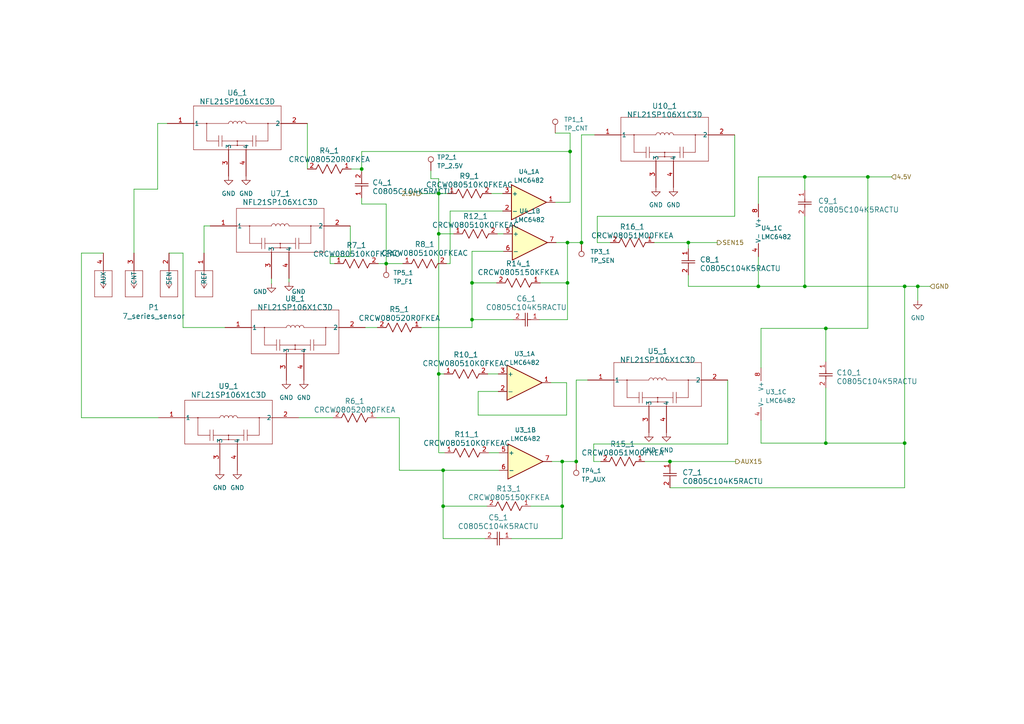
<source format=kicad_sch>
(kicad_sch (version 20230121) (generator eeschema)

  (uuid ab5d96f9-264d-4c39-87c4-9fc3a6cd1e01)

  (paper "A4")

  (lib_symbols
    (symbol "2023-07-19_08-42-50:NFL21SP106X1C3D" (pin_names (offset 0.254)) (in_bom yes) (on_board yes)
      (property "Reference" "U" (at 20.32 10.16 0)
        (effects (font (size 1.524 1.524)))
      )
      (property "Value" "NFL21SP106X1C3D" (at 20.32 7.62 0)
        (effects (font (size 1.524 1.524)))
      )
      (property "Footprint" "GCAP_NFL21SP106X1C3D_MUR" (at 0 0 0)
        (effects (font (size 1.27 1.27) italic) hide)
      )
      (property "Datasheet" "NFL21SP106X1C3D" (at 0 0 0)
        (effects (font (size 1.27 1.27) italic) hide)
      )
      (property "ki_locked" "" (at 0 0 0)
        (effects (font (size 1.27 1.27)))
      )
      (property "ki_keywords" "NFL21SP106X1C3D" (at 0 0 0)
        (effects (font (size 1.27 1.27)) hide)
      )
      (property "ki_fp_filters" "GCAP_NFL21SP106X1C3D_MUR GCAP_NFL21SP106X1C3D_MUR-M GCAP_NFL21SP106X1C3D_MUR-L" (at 0 0 0)
        (effects (font (size 1.27 1.27)) hide)
      )
      (symbol "NFL21SP106X1C3D_0_1"
        (polyline
          (pts
            (xy 7.62 -7.62)
            (xy 33.02 -7.62)
          )
          (stroke (width 0.127) (type default))
          (fill (type none))
        )
        (polyline
          (pts
            (xy 7.62 0)
            (xy 17.78 0)
          )
          (stroke (width 0.127) (type default))
          (fill (type none))
        )
        (polyline
          (pts
            (xy 7.62 5.08)
            (xy 7.62 -7.62)
          )
          (stroke (width 0.127) (type default))
          (fill (type none))
        )
        (polyline
          (pts
            (xy 11.43 -5.08)
            (xy 14.9225 -5.08)
          )
          (stroke (width 0.127) (type default))
          (fill (type none))
        )
        (polyline
          (pts
            (xy 11.43 0)
            (xy 11.43 -5.08)
          )
          (stroke (width 0.127) (type default))
          (fill (type none))
        )
        (polyline
          (pts
            (xy 14.9225 -3.4925)
            (xy 14.9225 -6.6675)
          )
          (stroke (width 0.127) (type default))
          (fill (type none))
        )
        (polyline
          (pts
            (xy 15.875 -6.6675)
            (xy 15.875 -3.4925)
          )
          (stroke (width 0.127) (type default))
          (fill (type none))
        )
        (polyline
          (pts
            (xy 17.78 -6.35)
            (xy 17.78 -7.62)
          )
          (stroke (width 0.127) (type default))
          (fill (type none))
        )
        (polyline
          (pts
            (xy 17.78 -6.35)
            (xy 22.86 -6.35)
          )
          (stroke (width 0.127) (type default))
          (fill (type none))
        )
        (polyline
          (pts
            (xy 20.32 -6.35)
            (xy 20.32 -5.08)
          )
          (stroke (width 0.127) (type default))
          (fill (type none))
        )
        (polyline
          (pts
            (xy 22.86 -6.35)
            (xy 22.86 -7.62)
          )
          (stroke (width 0.127) (type default))
          (fill (type none))
        )
        (polyline
          (pts
            (xy 22.86 0)
            (xy 33.02 0)
          )
          (stroke (width 0.127) (type default))
          (fill (type none))
        )
        (polyline
          (pts
            (xy 24.765 -5.08)
            (xy 15.875 -5.08)
          )
          (stroke (width 0.127) (type default))
          (fill (type none))
        )
        (polyline
          (pts
            (xy 24.765 -3.4925)
            (xy 24.765 -6.6675)
          )
          (stroke (width 0.127) (type default))
          (fill (type none))
        )
        (polyline
          (pts
            (xy 25.7175 -5.08)
            (xy 29.21 -5.08)
          )
          (stroke (width 0.127) (type default))
          (fill (type none))
        )
        (polyline
          (pts
            (xy 25.7175 -3.4925)
            (xy 25.7175 -6.6675)
          )
          (stroke (width 0.127) (type default))
          (fill (type none))
        )
        (polyline
          (pts
            (xy 29.21 0)
            (xy 29.21 -5.08)
          )
          (stroke (width 0.127) (type default))
          (fill (type none))
        )
        (polyline
          (pts
            (xy 33.02 -7.62)
            (xy 33.02 5.08)
          )
          (stroke (width 0.127) (type default))
          (fill (type none))
        )
        (polyline
          (pts
            (xy 33.02 5.08)
            (xy 7.62 5.08)
          )
          (stroke (width 0.127) (type default))
          (fill (type none))
        )
        (circle (center 11.43 0) (radius 0.127)
          (stroke (width 0.127) (type default))
          (fill (type none))
        )
        (arc (start 19.05 0) (mid 18.415 0.6323) (end 17.78 0)
          (stroke (width 0.127) (type default))
          (fill (type none))
        )
        (circle (center 20.32 -6.35) (radius 0.127)
          (stroke (width 0.127) (type default))
          (fill (type none))
        )
        (circle (center 20.32 -5.08) (radius 0.127)
          (stroke (width 0.127) (type default))
          (fill (type none))
        )
        (arc (start 20.32 0) (mid 19.685 0.6323) (end 19.05 0)
          (stroke (width 0.127) (type default))
          (fill (type none))
        )
        (arc (start 21.59 0) (mid 20.955 0.6323) (end 20.32 0)
          (stroke (width 0.127) (type default))
          (fill (type none))
        )
        (arc (start 22.86 0) (mid 22.225 0.6323) (end 21.59 0)
          (stroke (width 0.127) (type default))
          (fill (type none))
        )
        (circle (center 29.21 0) (radius 0.127)
          (stroke (width 0.127) (type default))
          (fill (type none))
        )
        (pin unspecified line (at 0 0 0) (length 7.62)
          (name "1" (effects (font (size 1.27 1.27))))
          (number "1" (effects (font (size 1.27 1.27))))
        )
        (pin unspecified line (at 40.64 0 180) (length 7.62)
          (name "2" (effects (font (size 1.27 1.27))))
          (number "2" (effects (font (size 1.27 1.27))))
        )
        (pin unspecified line (at 17.78 -15.24 90) (length 7.62)
          (name "3" (effects (font (size 1.27 1.27))))
          (number "3" (effects (font (size 1.27 1.27))))
        )
        (pin unspecified line (at 22.86 -15.24 90) (length 7.62)
          (name "4" (effects (font (size 1.27 1.27))))
          (number "4" (effects (font (size 1.27 1.27))))
        )
      )
    )
    (symbol "7_series_sensor:7_series_sensor" (pin_names (offset 0.254)) (in_bom yes) (on_board yes)
      (property "Reference" "J" (at 8.89 6.35 0)
        (effects (font (size 1.524 1.524)))
      )
      (property "Value" "7_series_sensor" (at -2.54 6.35 0)
        (effects (font (size 1.524 1.524)))
      )
      (property "Footprint" "CONN_0331-0-15-15-18-14-10-0_MIM" (at 1.27 -5.08 0)
        (effects (font (size 1.27 1.27) italic) hide)
      )
      (property "Datasheet" "0331-0-15-15-18-14-10-0" (at 1.27 -2.54 0)
        (effects (font (size 1.27 1.27) italic) hide)
      )
      (property "ki_locked" "" (at 0 0 0)
        (effects (font (size 1.27 1.27)))
      )
      (property "ki_keywords" "0331-0-15-15-18-14-10-0" (at 0 0 0)
        (effects (font (size 1.27 1.27)) hide)
      )
      (property "ki_fp_filters" "CONN_0331-0-15-15-18-14-10-0_MIM" (at 0 0 0)
        (effects (font (size 1.27 1.27)) hide)
      )
      (symbol "7_series_sensor_1_1"
        (polyline
          (pts
            (xy -36.83 7.62)
            (xy -31.75 7.62)
          )
          (stroke (width 0.127) (type default))
          (fill (type none))
        )
        (polyline
          (pts
            (xy -36.83 15.24)
            (xy -36.83 7.62)
          )
          (stroke (width 0.127) (type default))
          (fill (type none))
        )
        (polyline
          (pts
            (xy -34.29 10.16)
            (xy -35.1367 11.43)
          )
          (stroke (width 0.127) (type default))
          (fill (type none))
        )
        (polyline
          (pts
            (xy -34.29 10.16)
            (xy -34.29 15.24)
          )
          (stroke (width 0.127) (type default))
          (fill (type none))
        )
        (polyline
          (pts
            (xy -34.29 10.16)
            (xy -33.4433 11.43)
          )
          (stroke (width 0.127) (type default))
          (fill (type none))
        )
        (polyline
          (pts
            (xy -31.75 7.62)
            (xy -31.75 15.24)
          )
          (stroke (width 0.127) (type default))
          (fill (type none))
        )
        (polyline
          (pts
            (xy -31.75 15.24)
            (xy -36.83 15.24)
          )
          (stroke (width 0.127) (type default))
          (fill (type none))
        )
        (polyline
          (pts
            (xy -27.94 7.62)
            (xy -22.86 7.62)
          )
          (stroke (width 0.127) (type default))
          (fill (type none))
        )
        (polyline
          (pts
            (xy -27.94 15.24)
            (xy -27.94 7.62)
          )
          (stroke (width 0.127) (type default))
          (fill (type none))
        )
        (polyline
          (pts
            (xy -25.4 10.16)
            (xy -26.2467 11.43)
          )
          (stroke (width 0.127) (type default))
          (fill (type none))
        )
        (polyline
          (pts
            (xy -25.4 10.16)
            (xy -25.4 15.24)
          )
          (stroke (width 0.127) (type default))
          (fill (type none))
        )
        (polyline
          (pts
            (xy -25.4 10.16)
            (xy -24.5533 11.43)
          )
          (stroke (width 0.127) (type default))
          (fill (type none))
        )
        (polyline
          (pts
            (xy -22.86 7.62)
            (xy -22.86 15.24)
          )
          (stroke (width 0.127) (type default))
          (fill (type none))
        )
        (polyline
          (pts
            (xy -22.86 15.24)
            (xy -27.94 15.24)
          )
          (stroke (width 0.127) (type default))
          (fill (type none))
        )
        (polyline
          (pts
            (xy -17.78 7.62)
            (xy -12.7 7.62)
          )
          (stroke (width 0.127) (type default))
          (fill (type none))
        )
        (polyline
          (pts
            (xy -17.78 15.24)
            (xy -17.78 7.62)
          )
          (stroke (width 0.127) (type default))
          (fill (type none))
        )
        (polyline
          (pts
            (xy -15.24 10.16)
            (xy -16.0867 11.43)
          )
          (stroke (width 0.127) (type default))
          (fill (type none))
        )
        (polyline
          (pts
            (xy -15.24 10.16)
            (xy -15.24 15.24)
          )
          (stroke (width 0.127) (type default))
          (fill (type none))
        )
        (polyline
          (pts
            (xy -15.24 10.16)
            (xy -14.3933 11.43)
          )
          (stroke (width 0.127) (type default))
          (fill (type none))
        )
        (polyline
          (pts
            (xy -12.7 7.62)
            (xy -12.7 15.24)
          )
          (stroke (width 0.127) (type default))
          (fill (type none))
        )
        (polyline
          (pts
            (xy -12.7 15.24)
            (xy -17.78 15.24)
          )
          (stroke (width 0.127) (type default))
          (fill (type none))
        )
        (polyline
          (pts
            (xy -7.62 7.62)
            (xy -2.54 7.62)
          )
          (stroke (width 0.127) (type default))
          (fill (type none))
        )
        (polyline
          (pts
            (xy -7.62 15.24)
            (xy -7.62 7.62)
          )
          (stroke (width 0.127) (type default))
          (fill (type none))
        )
        (polyline
          (pts
            (xy -5.08 10.16)
            (xy -5.9267 11.43)
          )
          (stroke (width 0.127) (type default))
          (fill (type none))
        )
        (polyline
          (pts
            (xy -5.08 10.16)
            (xy -5.08 15.24)
          )
          (stroke (width 0.127) (type default))
          (fill (type none))
        )
        (polyline
          (pts
            (xy -5.08 10.16)
            (xy -4.2333 11.43)
          )
          (stroke (width 0.127) (type default))
          (fill (type none))
        )
        (polyline
          (pts
            (xy -2.54 7.62)
            (xy -2.54 15.24)
          )
          (stroke (width 0.127) (type default))
          (fill (type none))
        )
        (polyline
          (pts
            (xy -2.54 15.24)
            (xy -7.62 15.24)
          )
          (stroke (width 0.127) (type default))
          (fill (type none))
        )
        (pin bidirectional line (at -5.08 20.32 270) (length 5.08)
          (name "REF" (effects (font (size 1.27 1.27))))
          (number "1" (effects (font (size 1.27 1.27))))
        )
        (pin bidirectional line (at -15.24 20.32 270) (length 5.08)
          (name "SEN" (effects (font (size 1.27 1.27))))
          (number "2" (effects (font (size 1.27 1.27))))
        )
        (pin bidirectional line (at -25.4 20.32 270) (length 5.08)
          (name "CNT" (effects (font (size 1.27 1.27))))
          (number "3" (effects (font (size 1.27 1.27))))
        )
        (pin bidirectional line (at -34.29 20.32 270) (length 5.08)
          (name "AUX" (effects (font (size 1.27 1.27))))
          (number "4" (effects (font (size 1.27 1.27))))
        )
      )
      (symbol "7_series_sensor_1_2"
        (polyline
          (pts
            (xy 5.08 -2.54)
            (xy 12.7 -2.54)
          )
          (stroke (width 0.127) (type default))
          (fill (type none))
        )
        (polyline
          (pts
            (xy 5.08 2.54)
            (xy 5.08 -2.54)
          )
          (stroke (width 0.127) (type default))
          (fill (type none))
        )
        (polyline
          (pts
            (xy 7.62 0)
            (xy 5.08 0)
          )
          (stroke (width 0.127) (type default))
          (fill (type none))
        )
        (polyline
          (pts
            (xy 7.62 0)
            (xy 8.89 -0.8467)
          )
          (stroke (width 0.127) (type default))
          (fill (type none))
        )
        (polyline
          (pts
            (xy 7.62 0)
            (xy 8.89 0.8467)
          )
          (stroke (width 0.127) (type default))
          (fill (type none))
        )
        (polyline
          (pts
            (xy 12.7 -2.54)
            (xy 12.7 2.54)
          )
          (stroke (width 0.127) (type default))
          (fill (type none))
        )
        (polyline
          (pts
            (xy 12.7 2.54)
            (xy 5.08 2.54)
          )
          (stroke (width 0.127) (type default))
          (fill (type none))
        )
        (pin unspecified line (at 0 0 0) (length 5.08)
          (name "1" (effects (font (size 1.27 1.27))))
          (number "1" (effects (font (size 1.27 1.27))))
        )
      )
    )
    (symbol "Amplifier_Operational:LMC6482" (pin_names (offset 0.127)) (in_bom yes) (on_board yes)
      (property "Reference" "U" (at 0 5.08 0)
        (effects (font (size 1.27 1.27)) (justify left))
      )
      (property "Value" "LMC6482" (at 0 -5.08 0)
        (effects (font (size 1.27 1.27)) (justify left))
      )
      (property "Footprint" "" (at 0 0 0)
        (effects (font (size 1.27 1.27)) hide)
      )
      (property "Datasheet" "http://www.ti.com/lit/ds/symlink/lmc6482.pdf" (at 0 0 0)
        (effects (font (size 1.27 1.27)) hide)
      )
      (property "ki_locked" "" (at 0 0 0)
        (effects (font (size 1.27 1.27)))
      )
      (property "ki_keywords" "dual opamp" (at 0 0 0)
        (effects (font (size 1.27 1.27)) hide)
      )
      (property "ki_description" "Dual CMOS Rail-to-Rail Input and Output Operational Amplifier, DIP-8/SOIC-8, SSOP-8" (at 0 0 0)
        (effects (font (size 1.27 1.27)) hide)
      )
      (property "ki_fp_filters" "SOIC*3.9x4.9mm*P1.27mm* DIP*W7.62mm* TO*99* OnSemi*Micro8* TSSOP*3x3mm*P0.65mm* TSSOP*4.4x3mm*P0.65mm* MSOP*3x3mm*P0.65mm* SSOP*3.9x4.9mm*P0.635mm* LFCSP*2x2mm*P0.5mm* *SIP* SOIC*5.3x6.2mm*P1.27mm*" (at 0 0 0)
        (effects (font (size 1.27 1.27)) hide)
      )
      (symbol "LMC6482_1_1"
        (polyline
          (pts
            (xy -5.08 5.08)
            (xy 5.08 0)
            (xy -5.08 -5.08)
            (xy -5.08 5.08)
          )
          (stroke (width 0.254) (type default))
          (fill (type background))
        )
        (pin output line (at 7.62 0 180) (length 2.54)
          (name "~" (effects (font (size 1.27 1.27))))
          (number "1" (effects (font (size 1.27 1.27))))
        )
        (pin input line (at -7.62 -2.54 0) (length 2.54)
          (name "-" (effects (font (size 1.27 1.27))))
          (number "2" (effects (font (size 1.27 1.27))))
        )
        (pin input line (at -7.62 2.54 0) (length 2.54)
          (name "+" (effects (font (size 1.27 1.27))))
          (number "3" (effects (font (size 1.27 1.27))))
        )
      )
      (symbol "LMC6482_2_1"
        (polyline
          (pts
            (xy -5.08 5.08)
            (xy 5.08 0)
            (xy -5.08 -5.08)
            (xy -5.08 5.08)
          )
          (stroke (width 0.254) (type default))
          (fill (type background))
        )
        (pin input line (at -7.62 2.54 0) (length 2.54)
          (name "+" (effects (font (size 1.27 1.27))))
          (number "5" (effects (font (size 1.27 1.27))))
        )
        (pin input line (at -7.62 -2.54 0) (length 2.54)
          (name "-" (effects (font (size 1.27 1.27))))
          (number "6" (effects (font (size 1.27 1.27))))
        )
        (pin output line (at 7.62 0 180) (length 2.54)
          (name "~" (effects (font (size 1.27 1.27))))
          (number "7" (effects (font (size 1.27 1.27))))
        )
      )
      (symbol "LMC6482_3_1"
        (pin power_in line (at -2.54 -7.62 90) (length 3.81)
          (name "V-" (effects (font (size 1.27 1.27))))
          (number "4" (effects (font (size 1.27 1.27))))
        )
        (pin power_in line (at -2.54 7.62 270) (length 3.81)
          (name "V+" (effects (font (size 1.27 1.27))))
          (number "8" (effects (font (size 1.27 1.27))))
        )
      )
    )
    (symbol "Connector:TestPoint" (pin_numbers hide) (pin_names (offset 0.762) hide) (in_bom yes) (on_board yes)
      (property "Reference" "TP" (at 0 6.858 0)
        (effects (font (size 1.27 1.27)))
      )
      (property "Value" "TestPoint" (at 0 5.08 0)
        (effects (font (size 1.27 1.27)))
      )
      (property "Footprint" "" (at 5.08 0 0)
        (effects (font (size 1.27 1.27)) hide)
      )
      (property "Datasheet" "~" (at 5.08 0 0)
        (effects (font (size 1.27 1.27)) hide)
      )
      (property "ki_keywords" "test point tp" (at 0 0 0)
        (effects (font (size 1.27 1.27)) hide)
      )
      (property "ki_description" "test point" (at 0 0 0)
        (effects (font (size 1.27 1.27)) hide)
      )
      (property "ki_fp_filters" "Pin* Test*" (at 0 0 0)
        (effects (font (size 1.27 1.27)) hide)
      )
      (symbol "TestPoint_0_1"
        (circle (center 0 3.302) (radius 0.762)
          (stroke (width 0) (type default))
          (fill (type none))
        )
      )
      (symbol "TestPoint_1_1"
        (pin passive line (at 0 0 90) (length 2.54)
          (name "1" (effects (font (size 1.27 1.27))))
          (number "1" (effects (font (size 1.27 1.27))))
        )
      )
    )
    (symbol "Vishay_10k:CRCW080510K0FKEAC" (pin_names (offset 0.254)) (in_bom yes) (on_board yes)
      (property "Reference" "R" (at 5.715 3.81 0)
        (effects (font (size 1.524 1.524)))
      )
      (property "Value" "CRCW080510K0FKEAC" (at 6.35 -3.81 0)
        (effects (font (size 1.524 1.524)))
      )
      (property "Footprint" "RES_CRCW_0805_VIS" (at 0 0 0)
        (effects (font (size 1.27 1.27) italic) hide)
      )
      (property "Datasheet" "CRCW080510K0FKEAC" (at 0 0 0)
        (effects (font (size 1.27 1.27) italic) hide)
      )
      (property "ki_locked" "" (at 0 0 0)
        (effects (font (size 1.27 1.27)))
      )
      (property "ki_keywords" "CRCW080510K0FKEAC" (at 0 0 0)
        (effects (font (size 1.27 1.27)) hide)
      )
      (property "ki_fp_filters" "RES_CRCW_0805_VIS RES_CRCW_0805_VIS-M RES_CRCW_0805_VIS-L" (at 0 0 0)
        (effects (font (size 1.27 1.27)) hide)
      )
      (symbol "CRCW080510K0FKEAC_1_1"
        (polyline
          (pts
            (xy 2.54 0)
            (xy 3.175 1.27)
          )
          (stroke (width 0.2032) (type default))
          (fill (type none))
        )
        (polyline
          (pts
            (xy 3.175 1.27)
            (xy 4.445 -1.27)
          )
          (stroke (width 0.2032) (type default))
          (fill (type none))
        )
        (polyline
          (pts
            (xy 4.445 -1.27)
            (xy 5.715 1.27)
          )
          (stroke (width 0.2032) (type default))
          (fill (type none))
        )
        (polyline
          (pts
            (xy 5.715 1.27)
            (xy 6.985 -1.27)
          )
          (stroke (width 0.2032) (type default))
          (fill (type none))
        )
        (polyline
          (pts
            (xy 6.985 -1.27)
            (xy 8.255 1.27)
          )
          (stroke (width 0.2032) (type default))
          (fill (type none))
        )
        (polyline
          (pts
            (xy 8.255 1.27)
            (xy 9.525 -1.27)
          )
          (stroke (width 0.2032) (type default))
          (fill (type none))
        )
        (polyline
          (pts
            (xy 9.525 -1.27)
            (xy 10.16 0)
          )
          (stroke (width 0.2032) (type default))
          (fill (type none))
        )
        (pin unspecified line (at 0 0 0) (length 2.54)
          (name "" (effects (font (size 1.27 1.27))))
          (number "1" (effects (font (size 1.27 1.27))))
        )
        (pin unspecified line (at 12.7 0 180) (length 2.54)
          (name "" (effects (font (size 1.27 1.27))))
          (number "2" (effects (font (size 1.27 1.27))))
        )
      )
      (symbol "CRCW080510K0FKEAC_1_2"
        (polyline
          (pts
            (xy -1.27 3.175)
            (xy 1.27 4.445)
          )
          (stroke (width 0.2032) (type default))
          (fill (type none))
        )
        (polyline
          (pts
            (xy -1.27 5.715)
            (xy 1.27 6.985)
          )
          (stroke (width 0.2032) (type default))
          (fill (type none))
        )
        (polyline
          (pts
            (xy -1.27 8.255)
            (xy 1.27 9.525)
          )
          (stroke (width 0.2032) (type default))
          (fill (type none))
        )
        (polyline
          (pts
            (xy 0 2.54)
            (xy -1.27 3.175)
          )
          (stroke (width 0.2032) (type default))
          (fill (type none))
        )
        (polyline
          (pts
            (xy 1.27 4.445)
            (xy -1.27 5.715)
          )
          (stroke (width 0.2032) (type default))
          (fill (type none))
        )
        (polyline
          (pts
            (xy 1.27 6.985)
            (xy -1.27 8.255)
          )
          (stroke (width 0.2032) (type default))
          (fill (type none))
        )
        (polyline
          (pts
            (xy 1.27 9.525)
            (xy 0 10.16)
          )
          (stroke (width 0.2032) (type default))
          (fill (type none))
        )
        (pin unspecified line (at 0 12.7 270) (length 2.54)
          (name "" (effects (font (size 1.27 1.27))))
          (number "1" (effects (font (size 1.27 1.27))))
        )
        (pin unspecified line (at 0 0 90) (length 2.54)
          (name "" (effects (font (size 1.27 1.27))))
          (number "2" (effects (font (size 1.27 1.27))))
        )
      )
    )
    (symbol "Vishay_150k:CRCW0805150KFKEA" (pin_names (offset 0.254)) (in_bom yes) (on_board yes)
      (property "Reference" "R" (at 5.715 3.81 0)
        (effects (font (size 1.524 1.524)))
      )
      (property "Value" "CRCW0805150KFKEA" (at 6.35 -3.81 0)
        (effects (font (size 1.524 1.524)))
      )
      (property "Footprint" "RC0805N_VIS" (at 0 0 0)
        (effects (font (size 1.27 1.27) italic) hide)
      )
      (property "Datasheet" "CRCW0805150KFKEA" (at 0 0 0)
        (effects (font (size 1.27 1.27) italic) hide)
      )
      (property "ki_locked" "" (at 0 0 0)
        (effects (font (size 1.27 1.27)))
      )
      (property "ki_keywords" "CRCW0805150KFKEA" (at 0 0 0)
        (effects (font (size 1.27 1.27)) hide)
      )
      (property "ki_fp_filters" "RC0805N_VIS RC0805N_VIS-M RC0805N_VIS-L" (at 0 0 0)
        (effects (font (size 1.27 1.27)) hide)
      )
      (symbol "CRCW0805150KFKEA_1_1"
        (polyline
          (pts
            (xy 2.54 0)
            (xy 3.175 1.27)
          )
          (stroke (width 0.2032) (type default))
          (fill (type none))
        )
        (polyline
          (pts
            (xy 3.175 1.27)
            (xy 4.445 -1.27)
          )
          (stroke (width 0.2032) (type default))
          (fill (type none))
        )
        (polyline
          (pts
            (xy 4.445 -1.27)
            (xy 5.715 1.27)
          )
          (stroke (width 0.2032) (type default))
          (fill (type none))
        )
        (polyline
          (pts
            (xy 5.715 1.27)
            (xy 6.985 -1.27)
          )
          (stroke (width 0.2032) (type default))
          (fill (type none))
        )
        (polyline
          (pts
            (xy 6.985 -1.27)
            (xy 8.255 1.27)
          )
          (stroke (width 0.2032) (type default))
          (fill (type none))
        )
        (polyline
          (pts
            (xy 8.255 1.27)
            (xy 9.525 -1.27)
          )
          (stroke (width 0.2032) (type default))
          (fill (type none))
        )
        (polyline
          (pts
            (xy 9.525 -1.27)
            (xy 10.16 0)
          )
          (stroke (width 0.2032) (type default))
          (fill (type none))
        )
        (pin unspecified line (at 12.7 0 180) (length 2.54)
          (name "" (effects (font (size 1.27 1.27))))
          (number "1" (effects (font (size 1.27 1.27))))
        )
        (pin unspecified line (at 0 0 0) (length 2.54)
          (name "" (effects (font (size 1.27 1.27))))
          (number "2" (effects (font (size 1.27 1.27))))
        )
      )
      (symbol "CRCW0805150KFKEA_1_2"
        (polyline
          (pts
            (xy -1.27 3.175)
            (xy 1.27 4.445)
          )
          (stroke (width 0.2032) (type default))
          (fill (type none))
        )
        (polyline
          (pts
            (xy -1.27 5.715)
            (xy 1.27 6.985)
          )
          (stroke (width 0.2032) (type default))
          (fill (type none))
        )
        (polyline
          (pts
            (xy -1.27 8.255)
            (xy 1.27 9.525)
          )
          (stroke (width 0.2032) (type default))
          (fill (type none))
        )
        (polyline
          (pts
            (xy 0 2.54)
            (xy -1.27 3.175)
          )
          (stroke (width 0.2032) (type default))
          (fill (type none))
        )
        (polyline
          (pts
            (xy 1.27 4.445)
            (xy -1.27 5.715)
          )
          (stroke (width 0.2032) (type default))
          (fill (type none))
        )
        (polyline
          (pts
            (xy 1.27 6.985)
            (xy -1.27 8.255)
          )
          (stroke (width 0.2032) (type default))
          (fill (type none))
        )
        (polyline
          (pts
            (xy 1.27 9.525)
            (xy 0 10.16)
          )
          (stroke (width 0.2032) (type default))
          (fill (type none))
        )
        (pin unspecified line (at 0 12.7 270) (length 2.54)
          (name "" (effects (font (size 1.27 1.27))))
          (number "1" (effects (font (size 1.27 1.27))))
        )
        (pin unspecified line (at 0 0 90) (length 2.54)
          (name "" (effects (font (size 1.27 1.27))))
          (number "2" (effects (font (size 1.27 1.27))))
        )
      )
    )
    (symbol "Vishay_1M:CRCW08051M00FKEA" (pin_names (offset 0.254)) (in_bom yes) (on_board yes)
      (property "Reference" "R" (at 5.715 3.81 0)
        (effects (font (size 1.524 1.524)))
      )
      (property "Value" "CRCW08051M00FKEA" (at 6.35 -3.81 0)
        (effects (font (size 1.524 1.524)))
      )
      (property "Footprint" "RES_CRCW_0805" (at 0 0 0)
        (effects (font (size 1.27 1.27) italic) hide)
      )
      (property "Datasheet" "CRCW08051M00FKEA" (at 0 0 0)
        (effects (font (size 1.27 1.27) italic) hide)
      )
      (property "ki_locked" "" (at 0 0 0)
        (effects (font (size 1.27 1.27)))
      )
      (property "ki_keywords" "CRCW08051M00FKEA" (at 0 0 0)
        (effects (font (size 1.27 1.27)) hide)
      )
      (property "ki_fp_filters" "RES_CRCW_0805 RES_CRCW_0805-M RES_CRCW_0805-L" (at 0 0 0)
        (effects (font (size 1.27 1.27)) hide)
      )
      (symbol "CRCW08051M00FKEA_1_1"
        (polyline
          (pts
            (xy 2.54 0)
            (xy 3.175 1.27)
          )
          (stroke (width 0.2032) (type default))
          (fill (type none))
        )
        (polyline
          (pts
            (xy 3.175 1.27)
            (xy 4.445 -1.27)
          )
          (stroke (width 0.2032) (type default))
          (fill (type none))
        )
        (polyline
          (pts
            (xy 4.445 -1.27)
            (xy 5.715 1.27)
          )
          (stroke (width 0.2032) (type default))
          (fill (type none))
        )
        (polyline
          (pts
            (xy 5.715 1.27)
            (xy 6.985 -1.27)
          )
          (stroke (width 0.2032) (type default))
          (fill (type none))
        )
        (polyline
          (pts
            (xy 6.985 -1.27)
            (xy 8.255 1.27)
          )
          (stroke (width 0.2032) (type default))
          (fill (type none))
        )
        (polyline
          (pts
            (xy 8.255 1.27)
            (xy 9.525 -1.27)
          )
          (stroke (width 0.2032) (type default))
          (fill (type none))
        )
        (polyline
          (pts
            (xy 9.525 -1.27)
            (xy 10.16 0)
          )
          (stroke (width 0.2032) (type default))
          (fill (type none))
        )
        (pin unspecified line (at 12.7 0 180) (length 2.54)
          (name "" (effects (font (size 1.27 1.27))))
          (number "1" (effects (font (size 1.27 1.27))))
        )
        (pin unspecified line (at 0 0 0) (length 2.54)
          (name "" (effects (font (size 1.27 1.27))))
          (number "2" (effects (font (size 1.27 1.27))))
        )
      )
      (symbol "CRCW08051M00FKEA_1_2"
        (polyline
          (pts
            (xy -1.27 3.175)
            (xy 1.27 4.445)
          )
          (stroke (width 0.2032) (type default))
          (fill (type none))
        )
        (polyline
          (pts
            (xy -1.27 5.715)
            (xy 1.27 6.985)
          )
          (stroke (width 0.2032) (type default))
          (fill (type none))
        )
        (polyline
          (pts
            (xy -1.27 8.255)
            (xy 1.27 9.525)
          )
          (stroke (width 0.2032) (type default))
          (fill (type none))
        )
        (polyline
          (pts
            (xy 0 2.54)
            (xy -1.27 3.175)
          )
          (stroke (width 0.2032) (type default))
          (fill (type none))
        )
        (polyline
          (pts
            (xy 1.27 4.445)
            (xy -1.27 5.715)
          )
          (stroke (width 0.2032) (type default))
          (fill (type none))
        )
        (polyline
          (pts
            (xy 1.27 6.985)
            (xy -1.27 8.255)
          )
          (stroke (width 0.2032) (type default))
          (fill (type none))
        )
        (polyline
          (pts
            (xy 1.27 9.525)
            (xy 0 10.16)
          )
          (stroke (width 0.2032) (type default))
          (fill (type none))
        )
        (pin unspecified line (at 0 12.7 270) (length 2.54)
          (name "" (effects (font (size 1.27 1.27))))
          (number "1" (effects (font (size 1.27 1.27))))
        )
        (pin unspecified line (at 0 0 90) (length 2.54)
          (name "" (effects (font (size 1.27 1.27))))
          (number "2" (effects (font (size 1.27 1.27))))
        )
      )
    )
    (symbol "Vishay_20R:CRCW080520R0FKEA" (pin_names (offset 0.254)) (in_bom yes) (on_board yes)
      (property "Reference" "R" (at 5.715 3.81 0)
        (effects (font (size 1.524 1.524)))
      )
      (property "Value" "CRCW080520R0FKEA" (at 6.35 -3.81 0)
        (effects (font (size 1.524 1.524)))
      )
      (property "Footprint" "RC0805N_VIS" (at 0 0 0)
        (effects (font (size 1.27 1.27) italic) hide)
      )
      (property "Datasheet" "CRCW080520R0FKEA" (at 0 0 0)
        (effects (font (size 1.27 1.27) italic) hide)
      )
      (property "ki_locked" "" (at 0 0 0)
        (effects (font (size 1.27 1.27)))
      )
      (property "ki_keywords" "CRCW080520R0FKEA" (at 0 0 0)
        (effects (font (size 1.27 1.27)) hide)
      )
      (property "ki_fp_filters" "RC0805N_VIS RC0805N_VIS-M RC0805N_VIS-L" (at 0 0 0)
        (effects (font (size 1.27 1.27)) hide)
      )
      (symbol "CRCW080520R0FKEA_1_1"
        (polyline
          (pts
            (xy 2.54 0)
            (xy 3.175 1.27)
          )
          (stroke (width 0.2032) (type default))
          (fill (type none))
        )
        (polyline
          (pts
            (xy 3.175 1.27)
            (xy 4.445 -1.27)
          )
          (stroke (width 0.2032) (type default))
          (fill (type none))
        )
        (polyline
          (pts
            (xy 4.445 -1.27)
            (xy 5.715 1.27)
          )
          (stroke (width 0.2032) (type default))
          (fill (type none))
        )
        (polyline
          (pts
            (xy 5.715 1.27)
            (xy 6.985 -1.27)
          )
          (stroke (width 0.2032) (type default))
          (fill (type none))
        )
        (polyline
          (pts
            (xy 6.985 -1.27)
            (xy 8.255 1.27)
          )
          (stroke (width 0.2032) (type default))
          (fill (type none))
        )
        (polyline
          (pts
            (xy 8.255 1.27)
            (xy 9.525 -1.27)
          )
          (stroke (width 0.2032) (type default))
          (fill (type none))
        )
        (polyline
          (pts
            (xy 9.525 -1.27)
            (xy 10.16 0)
          )
          (stroke (width 0.2032) (type default))
          (fill (type none))
        )
        (pin unspecified line (at 12.7 0 180) (length 2.54)
          (name "" (effects (font (size 1.27 1.27))))
          (number "1" (effects (font (size 1.27 1.27))))
        )
        (pin unspecified line (at 0 0 0) (length 2.54)
          (name "" (effects (font (size 1.27 1.27))))
          (number "2" (effects (font (size 1.27 1.27))))
        )
      )
      (symbol "CRCW080520R0FKEA_1_2"
        (polyline
          (pts
            (xy -1.27 3.175)
            (xy 1.27 4.445)
          )
          (stroke (width 0.2032) (type default))
          (fill (type none))
        )
        (polyline
          (pts
            (xy -1.27 5.715)
            (xy 1.27 6.985)
          )
          (stroke (width 0.2032) (type default))
          (fill (type none))
        )
        (polyline
          (pts
            (xy -1.27 8.255)
            (xy 1.27 9.525)
          )
          (stroke (width 0.2032) (type default))
          (fill (type none))
        )
        (polyline
          (pts
            (xy 0 2.54)
            (xy -1.27 3.175)
          )
          (stroke (width 0.2032) (type default))
          (fill (type none))
        )
        (polyline
          (pts
            (xy 1.27 4.445)
            (xy -1.27 5.715)
          )
          (stroke (width 0.2032) (type default))
          (fill (type none))
        )
        (polyline
          (pts
            (xy 1.27 6.985)
            (xy -1.27 8.255)
          )
          (stroke (width 0.2032) (type default))
          (fill (type none))
        )
        (polyline
          (pts
            (xy 1.27 9.525)
            (xy 0 10.16)
          )
          (stroke (width 0.2032) (type default))
          (fill (type none))
        )
        (pin unspecified line (at 0 12.7 270) (length 2.54)
          (name "" (effects (font (size 1.27 1.27))))
          (number "1" (effects (font (size 1.27 1.27))))
        )
        (pin unspecified line (at 0 0 90) (length 2.54)
          (name "" (effects (font (size 1.27 1.27))))
          (number "2" (effects (font (size 1.27 1.27))))
        )
      )
    )
    (symbol "kemet_0.1uf:C0805C104K5RACTU" (pin_names (offset 0.254)) (in_bom yes) (on_board yes)
      (property "Reference" "C" (at 3.81 3.81 0)
        (effects (font (size 1.524 1.524)))
      )
      (property "Value" "C0805C104K5RACTU" (at 3.81 -3.81 0)
        (effects (font (size 1.524 1.524)))
      )
      (property "Footprint" "CAPC220145_88N_KEM" (at 0 0 0)
        (effects (font (size 1.27 1.27) italic) hide)
      )
      (property "Datasheet" "C0805C104K5RACTU" (at 0 0 0)
        (effects (font (size 1.27 1.27) italic) hide)
      )
      (property "ki_locked" "" (at 0 0 0)
        (effects (font (size 1.27 1.27)))
      )
      (property "ki_keywords" "C0805C104K5RACTU" (at 0 0 0)
        (effects (font (size 1.27 1.27)) hide)
      )
      (property "ki_fp_filters" "CAPC220145_88N_KEM CAPC220145_88N_KEM-M CAPC220145_88N_KEM-L" (at 0 0 0)
        (effects (font (size 1.27 1.27)) hide)
      )
      (symbol "C0805C104K5RACTU_1_1"
        (polyline
          (pts
            (xy 2.54 0)
            (xy 3.4798 0)
          )
          (stroke (width 0.2032) (type default))
          (fill (type none))
        )
        (polyline
          (pts
            (xy 3.4798 -1.905)
            (xy 3.4798 1.905)
          )
          (stroke (width 0.2032) (type default))
          (fill (type none))
        )
        (polyline
          (pts
            (xy 4.1148 -1.905)
            (xy 4.1148 1.905)
          )
          (stroke (width 0.2032) (type default))
          (fill (type none))
        )
        (polyline
          (pts
            (xy 4.1148 0)
            (xy 5.08 0)
          )
          (stroke (width 0.2032) (type default))
          (fill (type none))
        )
        (pin unspecified line (at 0 0 0) (length 2.54)
          (name "" (effects (font (size 1.27 1.27))))
          (number "1" (effects (font (size 1.27 1.27))))
        )
        (pin unspecified line (at 7.62 0 180) (length 2.54)
          (name "" (effects (font (size 1.27 1.27))))
          (number "2" (effects (font (size 1.27 1.27))))
        )
      )
      (symbol "C0805C104K5RACTU_1_2"
        (polyline
          (pts
            (xy -1.905 -4.1148)
            (xy 1.905 -4.1148)
          )
          (stroke (width 0.2032) (type default))
          (fill (type none))
        )
        (polyline
          (pts
            (xy -1.905 -3.4798)
            (xy 1.905 -3.4798)
          )
          (stroke (width 0.2032) (type default))
          (fill (type none))
        )
        (polyline
          (pts
            (xy 0 -4.1148)
            (xy 0 -5.08)
          )
          (stroke (width 0.2032) (type default))
          (fill (type none))
        )
        (polyline
          (pts
            (xy 0 -2.54)
            (xy 0 -3.4798)
          )
          (stroke (width 0.2032) (type default))
          (fill (type none))
        )
        (pin unspecified line (at 0 0 270) (length 2.54)
          (name "" (effects (font (size 1.27 1.27))))
          (number "1" (effects (font (size 1.27 1.27))))
        )
        (pin unspecified line (at 0 -7.62 90) (length 2.54)
          (name "" (effects (font (size 1.27 1.27))))
          (number "2" (effects (font (size 1.27 1.27))))
        )
      )
    )
    (symbol "power:GND" (power) (pin_names (offset 0)) (in_bom yes) (on_board yes)
      (property "Reference" "#PWR" (at 0 -6.35 0)
        (effects (font (size 1.27 1.27)) hide)
      )
      (property "Value" "GND" (at 0 -3.81 0)
        (effects (font (size 1.27 1.27)))
      )
      (property "Footprint" "" (at 0 0 0)
        (effects (font (size 1.27 1.27)) hide)
      )
      (property "Datasheet" "" (at 0 0 0)
        (effects (font (size 1.27 1.27)) hide)
      )
      (property "ki_keywords" "global power" (at 0 0 0)
        (effects (font (size 1.27 1.27)) hide)
      )
      (property "ki_description" "Power symbol creates a global label with name \"GND\" , ground" (at 0 0 0)
        (effects (font (size 1.27 1.27)) hide)
      )
      (symbol "GND_0_1"
        (polyline
          (pts
            (xy 0 0)
            (xy 0 -1.27)
            (xy 1.27 -1.27)
            (xy 0 -2.54)
            (xy -1.27 -1.27)
            (xy 0 -1.27)
          )
          (stroke (width 0) (type default))
          (fill (type none))
        )
      )
      (symbol "GND_1_1"
        (pin power_in line (at 0 0 270) (length 0) hide
          (name "GND" (effects (font (size 1.27 1.27))))
          (number "1" (effects (font (size 1.27 1.27))))
        )
      )
    )
  )

  (junction (at 136.906 92.71) (diameter 0) (color 0 0 0 0)
    (uuid 0f99b610-d647-41c8-b245-5e346df31014)
  )
  (junction (at 127.254 56.134) (diameter 0) (color 0 0 0 0)
    (uuid 1777f55c-3894-4ac4-82e5-baa00b2d21f0)
  )
  (junction (at 199.644 70.358) (diameter 0) (color 0 0 0 0)
    (uuid 24d80255-14f4-42c0-91d7-a68588b217fa)
  )
  (junction (at 266.192 83.058) (diameter 0) (color 0 0 0 0)
    (uuid 310599b4-3f5d-412f-86d5-988a55275fb4)
  )
  (junction (at 163.068 133.858) (diameter 0) (color 0 0 0 0)
    (uuid 319262cb-9bdd-4f65-8d16-f2c3f0e88fcf)
  )
  (junction (at 168.656 70.358) (diameter 0) (color 0 0 0 0)
    (uuid 43f0d543-ee91-423d-a45f-08a0b00e26d8)
  )
  (junction (at 104.902 49.022) (diameter 0) (color 0 0 0 0)
    (uuid 4d8dd1fd-bf2e-451b-b21e-5c339c2e68cb)
  )
  (junction (at 233.426 83.058) (diameter 0) (color 0 0 0 0)
    (uuid 528cc06d-9863-4620-bc8d-46f86bd100a4)
  )
  (junction (at 163.068 146.812) (diameter 0) (color 0 0 0 0)
    (uuid 5ae03d0a-f468-4148-bde5-7a6a35fea4fe)
  )
  (junction (at 194.31 133.858) (diameter 0) (color 0 0 0 0)
    (uuid 71e74212-626c-4e29-958c-e7ff8172c400)
  )
  (junction (at 112.014 76.454) (diameter 0) (color 0 0 0 0)
    (uuid 7ed4644b-ab68-490f-a6c7-edc79b9985b7)
  )
  (junction (at 167.132 133.858) (diameter 0) (color 0 0 0 0)
    (uuid 8440a084-76b6-4b20-9745-a61265654e24)
  )
  (junction (at 165.354 43.942) (diameter 0) (color 0 0 0 0)
    (uuid 84edb11f-b851-4f42-a427-993f299d48b3)
  )
  (junction (at 164.592 70.358) (diameter 0) (color 0 0 0 0)
    (uuid 99e9385f-247c-4d05-8f3a-1cc156b4116c)
  )
  (junction (at 239.522 128.524) (diameter 0) (color 0 0 0 0)
    (uuid a12e1366-d897-4179-9fe0-fba15ee6434f)
  )
  (junction (at 128.524 146.812) (diameter 0) (color 0 0 0 0)
    (uuid bea3023e-6a07-4700-ad7a-ef897cea17f2)
  )
  (junction (at 239.522 95.25) (diameter 0) (color 0 0 0 0)
    (uuid c1154267-f184-4ab5-917e-8e1833ea3d8f)
  )
  (junction (at 164.592 82.042) (diameter 0) (color 0 0 0 0)
    (uuid c2267431-7078-4376-88c4-b9fdffbdd9e2)
  )
  (junction (at 262.382 83.058) (diameter 0) (color 0 0 0 0)
    (uuid cdd4884f-82b5-410b-a307-8dae64a8d5f1)
  )
  (junction (at 233.426 51.308) (diameter 0) (color 0 0 0 0)
    (uuid cf57ad13-2643-4fd1-b336-181f9b662cfc)
  )
  (junction (at 136.906 82.042) (diameter 0) (color 0 0 0 0)
    (uuid d0f7336c-06b4-4fde-9ea3-d57f54f87978)
  )
  (junction (at 219.964 83.058) (diameter 0) (color 0 0 0 0)
    (uuid d29a3e48-e6fb-4d23-843f-2ad59222b8bd)
  )
  (junction (at 127.254 108.458) (diameter 0) (color 0 0 0 0)
    (uuid ed37137a-336b-432e-8b05-cd44067d9798)
  )
  (junction (at 128.524 136.398) (diameter 0) (color 0 0 0 0)
    (uuid ed8ac3cc-4ee0-40bb-b503-489747069cd5)
  )
  (junction (at 127.254 67.818) (diameter 0) (color 0 0 0 0)
    (uuid efbece7f-f733-47c3-af5c-470103d66b66)
  )
  (junction (at 262.382 128.524) (diameter 0) (color 0 0 0 0)
    (uuid f591f028-947e-4929-a3c9-d0f67bc2c1a6)
  )
  (junction (at 251.714 51.308) (diameter 0) (color 0 0 0 0)
    (uuid feb30d5c-5209-4751-92c6-b61bcb136099)
  )

  (wire (pts (xy 53.086 94.996) (xy 65.278 94.996))
    (stroke (width 0) (type default))
    (uuid 034ef5e8-487d-414d-a922-51484de45521)
  )
  (wire (pts (xy 258.572 51.308) (xy 251.714 51.308))
    (stroke (width 0) (type default))
    (uuid 0371dee7-1d44-4dca-835c-5420d06324fd)
  )
  (wire (pts (xy 45.72 35.814) (xy 45.72 54.864))
    (stroke (width 0) (type default))
    (uuid 09665d97-9b50-4580-9ac8-3c0fe5cad9c0)
  )
  (wire (pts (xy 127.254 131.318) (xy 129.032 131.318))
    (stroke (width 0) (type default))
    (uuid 09d459cc-f9e2-40dd-a027-c3ad743dbd79)
  )
  (wire (pts (xy 262.382 83.058) (xy 266.192 83.058))
    (stroke (width 0) (type default))
    (uuid 0aa19884-a822-441b-8617-57464f50c850)
  )
  (wire (pts (xy 168.656 70.358) (xy 164.592 70.358))
    (stroke (width 0) (type default))
    (uuid 0ada1603-b80b-40c5-9d62-2f3a197e965b)
  )
  (wire (pts (xy 199.644 83.058) (xy 219.964 83.058))
    (stroke (width 0) (type default))
    (uuid 0d25ef65-b4a6-461b-801e-7764a7ab537c)
  )
  (wire (pts (xy 144.272 67.818) (xy 146.05 67.818))
    (stroke (width 0) (type default))
    (uuid 0e5b5b3d-91f4-4c6e-8552-e39d8078c212)
  )
  (wire (pts (xy 101.6 65.532) (xy 101.6 74.422))
    (stroke (width 0) (type default))
    (uuid 0f46dbb6-5791-4ea5-905a-6088d8bedec4)
  )
  (wire (pts (xy 86.614 121.158) (xy 96.52 121.158))
    (stroke (width 0) (type default))
    (uuid 111008ef-1391-4889-ab50-924622caa751)
  )
  (wire (pts (xy 164.592 70.358) (xy 164.592 82.042))
    (stroke (width 0) (type default))
    (uuid 117be3df-9758-466d-a4dc-463a6ce126dd)
  )
  (wire (pts (xy 128.524 146.812) (xy 141.224 146.812))
    (stroke (width 0) (type default))
    (uuid 13d4614b-defc-4ab2-9489-415f7bc8ce5e)
  )
  (wire (pts (xy 219.964 83.058) (xy 219.964 74.422))
    (stroke (width 0) (type default))
    (uuid 1427dd0c-dcc4-418d-9094-61053fdf06d9)
  )
  (wire (pts (xy 122.174 94.996) (xy 136.906 94.996))
    (stroke (width 0) (type default))
    (uuid 16cb4732-4162-465f-b29a-5723fcd7165b)
  )
  (wire (pts (xy 128.778 108.458) (xy 127.254 108.458))
    (stroke (width 0) (type default))
    (uuid 190ca4e5-b7ca-4d5e-ba68-bf304ad329b4)
  )
  (wire (pts (xy 112.014 59.182) (xy 112.014 76.454))
    (stroke (width 0) (type default))
    (uuid 1a277f72-e8b6-421f-bde2-363dea9d46a5)
  )
  (wire (pts (xy 220.726 121.92) (xy 220.726 128.524))
    (stroke (width 0) (type default))
    (uuid 1a37e8ba-e813-4ddd-a345-ec9fe14f6a8a)
  )
  (wire (pts (xy 194.31 133.858) (xy 213.36 133.858))
    (stroke (width 0) (type default))
    (uuid 1e8808b2-0ce5-49c8-b418-ec45d51f13e0)
  )
  (wire (pts (xy 239.522 104.902) (xy 239.522 95.25))
    (stroke (width 0) (type default))
    (uuid 1eefcb9b-515d-42c2-b9df-fcf1a435c117)
  )
  (wire (pts (xy 164.338 120.396) (xy 138.684 120.396))
    (stroke (width 0) (type default))
    (uuid 1f102ef6-c24e-4533-8276-4682f9cf9688)
  )
  (wire (pts (xy 48.514 35.814) (xy 45.72 35.814))
    (stroke (width 0) (type default))
    (uuid 1f1f572a-a97a-4b8d-b9d6-d09a80227650)
  )
  (wire (pts (xy 105.918 94.996) (xy 109.474 94.996))
    (stroke (width 0) (type default))
    (uuid 2329a69c-0afa-484b-a35a-3f229cb97099)
  )
  (wire (pts (xy 208.026 70.358) (xy 199.644 70.358))
    (stroke (width 0) (type default))
    (uuid 24f059f0-35b2-427a-afc3-59545b9292a3)
  )
  (wire (pts (xy 104.902 49.022) (xy 104.902 43.942))
    (stroke (width 0) (type default))
    (uuid 2c9af0b3-d14c-420c-a131-23558c25ac38)
  )
  (wire (pts (xy 156.464 92.71) (xy 164.592 92.71))
    (stroke (width 0) (type default))
    (uuid 2edbf440-ffee-485f-8fad-501246f889b2)
  )
  (wire (pts (xy 23.622 73.406) (xy 23.622 121.158))
    (stroke (width 0) (type default))
    (uuid 30f1a813-c091-4996-9313-fb346908f71b)
  )
  (wire (pts (xy 136.906 82.042) (xy 136.906 92.71))
    (stroke (width 0) (type default))
    (uuid 3192396d-29bf-4bf7-b599-31d0e6d02511)
  )
  (wire (pts (xy 153.924 146.812) (xy 163.068 146.812))
    (stroke (width 0) (type default))
    (uuid 32fbd6ac-e199-4875-bd8c-fce91ebcd124)
  )
  (wire (pts (xy 165.354 58.674) (xy 165.354 43.942))
    (stroke (width 0) (type default))
    (uuid 33c160e0-dee6-40a5-98f9-5ffdcaf34a9c)
  )
  (wire (pts (xy 219.964 51.308) (xy 219.964 59.182))
    (stroke (width 0) (type default))
    (uuid 3520f87c-16eb-426d-a5c5-6e5d0078f46a)
  )
  (wire (pts (xy 161.036 38.608) (xy 165.354 38.608))
    (stroke (width 0) (type default))
    (uuid 38d603a5-b39a-4b6d-b51b-99bc176da558)
  )
  (wire (pts (xy 233.426 51.308) (xy 219.964 51.308))
    (stroke (width 0) (type default))
    (uuid 39325286-b9fc-4111-b14c-92e3fad7298a)
  )
  (wire (pts (xy 239.522 112.522) (xy 239.522 128.524))
    (stroke (width 0) (type default))
    (uuid 3a7a1892-41e1-4bd8-b63a-0c03a7b48453)
  )
  (wire (pts (xy 220.726 95.25) (xy 239.522 95.25))
    (stroke (width 0) (type default))
    (uuid 3be49092-4c0c-4950-8b84-ac97e624b1a6)
  )
  (wire (pts (xy 170.434 110.236) (xy 167.132 110.236))
    (stroke (width 0) (type default))
    (uuid 3cf0daa6-4105-4db7-822d-1708c2f59902)
  )
  (wire (pts (xy 173.228 62.738) (xy 213.106 62.738))
    (stroke (width 0) (type default))
    (uuid 4418f3d2-9164-4e33-bcf1-e8953c67173c)
  )
  (wire (pts (xy 164.592 82.042) (xy 164.592 92.71))
    (stroke (width 0) (type default))
    (uuid 451649a9-e184-439b-a061-6523b5d4e2f2)
  )
  (wire (pts (xy 141.732 131.318) (xy 144.78 131.318))
    (stroke (width 0) (type default))
    (uuid 451e4860-e6de-40ad-a2f7-cbedecf033aa)
  )
  (wire (pts (xy 167.132 110.236) (xy 167.132 133.858))
    (stroke (width 0) (type default))
    (uuid 498a3af6-e72d-4ad9-b78b-008c8fd1e910)
  )
  (wire (pts (xy 109.22 121.158) (xy 115.824 121.158))
    (stroke (width 0) (type default))
    (uuid 4b536103-1f22-48bd-ba7d-9d0bd9b228c8)
  )
  (wire (pts (xy 145.796 61.214) (xy 130.556 61.214))
    (stroke (width 0) (type default))
    (uuid 4d6f110a-15ad-45e6-83f7-e456e11ee4e4)
  )
  (wire (pts (xy 156.718 82.042) (xy 164.592 82.042))
    (stroke (width 0) (type default))
    (uuid 4e77ffd3-ba8e-4c2d-9937-cd3a51b621c0)
  )
  (wire (pts (xy 78.74 80.772) (xy 78.74 82.296))
    (stroke (width 0) (type default))
    (uuid 4ee2d8b4-54a2-4d83-b243-cf45263a7056)
  )
  (wire (pts (xy 23.622 121.158) (xy 45.974 121.158))
    (stroke (width 0) (type default))
    (uuid 4ffbadbd-25b8-4b3d-ad55-4d745026640d)
  )
  (wire (pts (xy 23.622 73.406) (xy 29.972 73.406))
    (stroke (width 0) (type default))
    (uuid 4ffd10be-fb31-4cca-b379-9e42c2665853)
  )
  (wire (pts (xy 163.068 133.858) (xy 167.132 133.858))
    (stroke (width 0) (type default))
    (uuid 51126c01-0d26-4fdc-a668-baa3700e1f0b)
  )
  (wire (pts (xy 83.82 80.772) (xy 83.82 81.788))
    (stroke (width 0) (type default))
    (uuid 56c545e2-6b24-4f45-89d6-f95b0101409d)
  )
  (wire (pts (xy 127.254 51.816) (xy 127.254 56.134))
    (stroke (width 0) (type default))
    (uuid 580a6439-f1e3-41c2-b918-eec11703911e)
  )
  (wire (pts (xy 59.182 65.532) (xy 60.96 65.532))
    (stroke (width 0) (type default))
    (uuid 5ca39b26-a483-43a0-863c-42b182b65bf6)
  )
  (wire (pts (xy 211.074 128.778) (xy 172.212 128.778))
    (stroke (width 0) (type default))
    (uuid 5e251b48-eb52-4841-b97c-a6c49742a4c4)
  )
  (wire (pts (xy 95.758 76.454) (xy 97.028 76.454))
    (stroke (width 0) (type default))
    (uuid 6029f586-6bff-4ca5-8823-cd2829bf9fb5)
  )
  (wire (pts (xy 104.902 57.404) (xy 104.902 59.182))
    (stroke (width 0) (type default))
    (uuid 6cb0a8bd-6ff3-4e80-a01e-a33805371bd8)
  )
  (wire (pts (xy 127.254 131.318) (xy 127.254 108.458))
    (stroke (width 0) (type default))
    (uuid 6ebc9994-0eed-4852-b235-983af58afece)
  )
  (wire (pts (xy 124.968 49.53) (xy 124.968 51.816))
    (stroke (width 0) (type default))
    (uuid 7017efea-c9c0-4264-8897-05b59f86a56e)
  )
  (wire (pts (xy 129.54 76.454) (xy 130.556 76.454))
    (stroke (width 0) (type default))
    (uuid 725bd76e-486a-4b00-acfd-52aa062c08b3)
  )
  (wire (pts (xy 173.228 70.358) (xy 177.038 70.358))
    (stroke (width 0) (type default))
    (uuid 73d7b864-5f75-4e27-b099-03182c6c0951)
  )
  (wire (pts (xy 239.522 95.25) (xy 251.714 95.25))
    (stroke (width 0) (type default))
    (uuid 7be4c81c-46c7-4940-96ad-124b95e3701e)
  )
  (wire (pts (xy 127.254 67.818) (xy 127.254 108.458))
    (stroke (width 0) (type default))
    (uuid 7d1cc739-ee8b-46c3-97c6-78552199f8b7)
  )
  (wire (pts (xy 186.944 133.858) (xy 194.31 133.858))
    (stroke (width 0) (type default))
    (uuid 7d3a1352-cd5e-411f-994a-dd087aec8af5)
  )
  (wire (pts (xy 104.902 59.182) (xy 112.014 59.182))
    (stroke (width 0) (type default))
    (uuid 7f6292bc-2572-4eb8-81a4-f84e52fc940c)
  )
  (wire (pts (xy 104.902 43.942) (xy 165.354 43.942))
    (stroke (width 0) (type default))
    (uuid 835d9845-5393-43f6-aa33-aa3fe1a43b0d)
  )
  (wire (pts (xy 128.524 136.398) (xy 128.524 146.812))
    (stroke (width 0) (type default))
    (uuid 844a1906-fdb2-470c-9aef-579f51722b53)
  )
  (wire (pts (xy 165.354 38.608) (xy 165.354 43.942))
    (stroke (width 0) (type default))
    (uuid 86be9bc3-567b-4fce-b4f3-b05378d9744e)
  )
  (wire (pts (xy 59.182 65.532) (xy 59.182 73.406))
    (stroke (width 0) (type default))
    (uuid 8718aadc-b8d7-4c2c-a9d1-8568fed93ac4)
  )
  (wire (pts (xy 189.738 70.358) (xy 199.644 70.358))
    (stroke (width 0) (type default))
    (uuid 89bf71df-90a4-43d5-ae14-0bb19930d94a)
  )
  (wire (pts (xy 164.338 110.998) (xy 164.338 120.396))
    (stroke (width 0) (type default))
    (uuid 8cec251d-f9f8-4d49-bcc2-85967ecc9a97)
  )
  (wire (pts (xy 160.02 133.858) (xy 163.068 133.858))
    (stroke (width 0) (type default))
    (uuid 8d3ab633-5592-4215-9071-ca6c98a23d4d)
  )
  (wire (pts (xy 251.714 51.308) (xy 233.426 51.308))
    (stroke (width 0) (type default))
    (uuid 8d9c7cd7-95f3-42e7-bfbe-c12e8b45511c)
  )
  (wire (pts (xy 172.212 133.858) (xy 174.244 133.858))
    (stroke (width 0) (type default))
    (uuid 90662fc9-89ae-4208-b0e1-956c41986a6f)
  )
  (wire (pts (xy 140.716 156.21) (xy 128.524 156.21))
    (stroke (width 0) (type default))
    (uuid 90ab855f-d6f0-43f1-82bf-7c4031077e72)
  )
  (wire (pts (xy 172.212 128.778) (xy 172.212 133.858))
    (stroke (width 0) (type default))
    (uuid 91411bca-9561-46cb-837c-68044c82839b)
  )
  (wire (pts (xy 95.758 74.422) (xy 95.758 76.454))
    (stroke (width 0) (type default))
    (uuid 916e7639-1758-4ea2-acab-71101a8702cc)
  )
  (wire (pts (xy 138.684 113.538) (xy 144.526 113.538))
    (stroke (width 0) (type default))
    (uuid 952fff3e-5c33-4379-8d62-033992f5f29a)
  )
  (wire (pts (xy 112.014 76.454) (xy 116.84 76.454))
    (stroke (width 0) (type default))
    (uuid 964f6d01-16be-460c-a3c9-523d7c3251f3)
  )
  (wire (pts (xy 163.068 146.812) (xy 163.068 156.21))
    (stroke (width 0) (type default))
    (uuid 978267f5-20c4-4a81-b5b7-9956f00eb3b4)
  )
  (wire (pts (xy 266.192 83.058) (xy 269.748 83.058))
    (stroke (width 0) (type default))
    (uuid 99cc9ec6-5041-46ee-b7e9-ffaf13f17255)
  )
  (wire (pts (xy 136.906 72.898) (xy 146.05 72.898))
    (stroke (width 0) (type default))
    (uuid 9c911df6-7f90-43a7-8bb5-77adf89c59ea)
  )
  (wire (pts (xy 168.656 39.116) (xy 168.656 70.358))
    (stroke (width 0) (type default))
    (uuid 9ca2880e-c8c9-4b06-aa6d-76b17563e39e)
  )
  (wire (pts (xy 233.426 83.058) (xy 262.382 83.058))
    (stroke (width 0) (type default))
    (uuid 9cb3734e-aff2-4dad-99b9-a1dba654c15a)
  )
  (wire (pts (xy 136.906 82.042) (xy 144.018 82.042))
    (stroke (width 0) (type default))
    (uuid 9dc2b055-41d1-4268-93b5-209b9b0c1191)
  )
  (wire (pts (xy 142.494 56.134) (xy 145.796 56.134))
    (stroke (width 0) (type default))
    (uuid 9e5dfcf6-c573-458e-b29e-47efd8b60379)
  )
  (wire (pts (xy 53.086 73.406) (xy 53.086 94.996))
    (stroke (width 0) (type default))
    (uuid a26d0d63-aa92-4c30-a6da-7f62df425440)
  )
  (wire (pts (xy 173.228 62.738) (xy 173.228 70.358))
    (stroke (width 0) (type default))
    (uuid a5f42a1a-2a04-4c81-8d62-cb64be15f7bf)
  )
  (wire (pts (xy 128.524 146.812) (xy 128.524 156.21))
    (stroke (width 0) (type default))
    (uuid a7a3ff8c-6f09-4dfb-bcb0-d402bef27d14)
  )
  (wire (pts (xy 219.964 83.058) (xy 233.426 83.058))
    (stroke (width 0) (type default))
    (uuid aa4838ec-7896-4451-ab67-5f3c31176972)
  )
  (wire (pts (xy 220.726 106.68) (xy 220.726 95.25))
    (stroke (width 0) (type default))
    (uuid ab01cd17-66c9-4468-8c16-dea11e85601a)
  )
  (wire (pts (xy 199.644 70.358) (xy 199.644 72.136))
    (stroke (width 0) (type default))
    (uuid adfb89f9-540c-4889-9612-49633c314d25)
  )
  (wire (pts (xy 136.906 92.71) (xy 136.906 94.996))
    (stroke (width 0) (type default))
    (uuid aef96132-9cb7-45d6-b6c2-200ab3a1d504)
  )
  (wire (pts (xy 163.068 133.858) (xy 163.068 146.812))
    (stroke (width 0) (type default))
    (uuid af41164a-b374-4646-ab70-abc8f98ad397)
  )
  (wire (pts (xy 159.766 110.998) (xy 164.338 110.998))
    (stroke (width 0) (type default))
    (uuid b079f5c4-32a8-4154-9ec1-42a39ab8e790)
  )
  (wire (pts (xy 127.254 56.134) (xy 127.254 67.818))
    (stroke (width 0) (type default))
    (uuid b0d9539b-a710-4d84-b487-6d6660dfe2c0)
  )
  (wire (pts (xy 89.154 35.814) (xy 89.154 49.022))
    (stroke (width 0) (type default))
    (uuid b5620536-840a-4e54-aadd-29297e4a1546)
  )
  (wire (pts (xy 199.644 79.756) (xy 199.644 83.058))
    (stroke (width 0) (type default))
    (uuid b6705239-eb24-4e99-b7bb-30976ed38392)
  )
  (wire (pts (xy 131.572 67.818) (xy 127.254 67.818))
    (stroke (width 0) (type default))
    (uuid b6dec204-45e5-4057-abcf-edd187ee8915)
  )
  (wire (pts (xy 164.592 70.358) (xy 161.29 70.358))
    (stroke (width 0) (type default))
    (uuid b940060d-cdbc-44ed-a3de-823730403f69)
  )
  (wire (pts (xy 136.906 92.71) (xy 148.844 92.71))
    (stroke (width 0) (type default))
    (uuid bab8f733-2a58-4079-841f-0cf855a4b3d8)
  )
  (wire (pts (xy 124.968 51.816) (xy 127.254 51.816))
    (stroke (width 0) (type default))
    (uuid c4a1fe18-31fa-467f-9215-dfca1b2e3d17)
  )
  (wire (pts (xy 109.728 76.454) (xy 112.014 76.454))
    (stroke (width 0) (type default))
    (uuid c7015f72-7c3d-4f80-8235-5814fa172e8c)
  )
  (wire (pts (xy 136.906 72.898) (xy 136.906 82.042))
    (stroke (width 0) (type default))
    (uuid cadcbdf3-c357-47dd-b24a-0739a520e5bc)
  )
  (wire (pts (xy 127.254 56.134) (xy 129.794 56.134))
    (stroke (width 0) (type default))
    (uuid cc774e69-ac2f-4db0-a492-9255607f7f94)
  )
  (wire (pts (xy 262.382 141.478) (xy 262.382 128.524))
    (stroke (width 0) (type default))
    (uuid cd9ae151-e3b7-4987-bba1-03e817f93d31)
  )
  (wire (pts (xy 104.902 49.784) (xy 104.902 49.022))
    (stroke (width 0) (type default))
    (uuid cfc99861-61f3-47f7-a251-7375cad3a7b3)
  )
  (wire (pts (xy 49.022 73.406) (xy 53.086 73.406))
    (stroke (width 0) (type default))
    (uuid d1cb416f-1825-48ef-9c92-b53d2a1428e0)
  )
  (wire (pts (xy 115.824 136.398) (xy 128.524 136.398))
    (stroke (width 0) (type default))
    (uuid d66d2a7e-d515-49bd-931b-86befca40c37)
  )
  (wire (pts (xy 251.714 51.308) (xy 251.714 95.25))
    (stroke (width 0) (type default))
    (uuid d83298fa-7d5b-412c-a4e6-9c475a0ac264)
  )
  (wire (pts (xy 122.174 56.134) (xy 127.254 56.134))
    (stroke (width 0) (type default))
    (uuid d93850fd-8260-4037-a565-42d87b01683b)
  )
  (wire (pts (xy 38.862 73.406) (xy 38.862 54.864))
    (stroke (width 0) (type default))
    (uuid dc7543d6-862a-4fdd-a47d-e0498d2bc153)
  )
  (wire (pts (xy 239.522 128.524) (xy 262.382 128.524))
    (stroke (width 0) (type default))
    (uuid de73f53b-440f-46ff-88f1-a8b922acfd5f)
  )
  (wire (pts (xy 138.684 120.396) (xy 138.684 113.538))
    (stroke (width 0) (type default))
    (uuid e1680b4b-6fa8-4180-8184-2a306e5fc499)
  )
  (wire (pts (xy 130.556 61.214) (xy 130.556 76.454))
    (stroke (width 0) (type default))
    (uuid e45d6ad2-36dc-4d9d-9126-4e63493cb070)
  )
  (wire (pts (xy 101.854 49.022) (xy 104.902 49.022))
    (stroke (width 0) (type default))
    (uuid e64abfd7-b1d4-4c77-918b-a8abb4d1d801)
  )
  (wire (pts (xy 148.336 156.21) (xy 163.068 156.21))
    (stroke (width 0) (type default))
    (uuid e853387c-9f7d-484b-9d8d-4e955157e9f3)
  )
  (wire (pts (xy 233.426 62.738) (xy 233.426 83.058))
    (stroke (width 0) (type default))
    (uuid ea61c784-027c-452d-9e8a-8edb49a7df5e)
  )
  (wire (pts (xy 141.478 108.458) (xy 144.526 108.458))
    (stroke (width 0) (type default))
    (uuid eac14776-346a-41b5-9c5a-fe6cb131f907)
  )
  (wire (pts (xy 115.824 121.158) (xy 115.824 136.398))
    (stroke (width 0) (type default))
    (uuid edc9def2-a344-4fbe-a20a-29ffbf514f7f)
  )
  (wire (pts (xy 213.106 39.116) (xy 213.106 62.738))
    (stroke (width 0) (type default))
    (uuid edfd42de-0453-4000-971d-abefa1e4824c)
  )
  (wire (pts (xy 266.192 87.122) (xy 266.192 83.058))
    (stroke (width 0) (type default))
    (uuid eeaf9e07-5f10-4c7b-a128-280f42e48b64)
  )
  (wire (pts (xy 38.862 54.864) (xy 45.72 54.864))
    (stroke (width 0) (type default))
    (uuid ef2865bd-640a-4e8d-b62e-d8b11c98affc)
  )
  (wire (pts (xy 211.074 110.236) (xy 211.074 128.778))
    (stroke (width 0) (type default))
    (uuid f1d33ae7-9d12-4599-8a40-438c8c4a9e08)
  )
  (wire (pts (xy 101.6 74.422) (xy 95.758 74.422))
    (stroke (width 0) (type default))
    (uuid f78bd366-2b27-45a1-98f7-92a38de5ebbb)
  )
  (wire (pts (xy 168.656 39.116) (xy 172.466 39.116))
    (stroke (width 0) (type default))
    (uuid f822ea2b-1138-4fd9-a8f0-a3ac8b1998aa)
  )
  (wire (pts (xy 128.524 136.398) (xy 144.78 136.398))
    (stroke (width 0) (type default))
    (uuid f871dea1-4347-4878-857c-8896110f65f7)
  )
  (wire (pts (xy 233.426 51.308) (xy 233.426 55.118))
    (stroke (width 0) (type default))
    (uuid f9f86206-2dcd-4f4b-9844-b6102da79a2c)
  )
  (wire (pts (xy 161.036 58.674) (xy 165.354 58.674))
    (stroke (width 0) (type default))
    (uuid fba25087-73d5-4b2a-8ce0-dfd21734885b)
  )
  (wire (pts (xy 262.382 128.524) (xy 262.382 83.058))
    (stroke (width 0) (type default))
    (uuid fbe50583-8759-4648-909a-aa921daf40f6)
  )
  (wire (pts (xy 194.31 141.478) (xy 262.382 141.478))
    (stroke (width 0) (type default))
    (uuid fceb4261-bb86-4b4b-85a2-ef1981518f36)
  )
  (wire (pts (xy 220.726 128.524) (xy 239.522 128.524))
    (stroke (width 0) (type default))
    (uuid ffd7d30a-481f-4ed1-816d-8bd99cc42509)
  )

  (hierarchical_label "2.5V" (shape input) (at 122.174 56.134 180) (fields_autoplaced)
    (effects (font (size 1.27 1.27)) (justify right))
    (uuid 11be19ec-bf56-4b6f-8b0a-0abdb9c42549)
  )
  (hierarchical_label "AUX15" (shape output) (at 213.36 133.858 0) (fields_autoplaced)
    (effects (font (size 1.27 1.27)) (justify left))
    (uuid 2f45f0d2-a0c8-46de-813b-bebf77b212fb)
  )
  (hierarchical_label "SEN15" (shape output) (at 208.026 70.358 0) (fields_autoplaced)
    (effects (font (size 1.27 1.27)) (justify left))
    (uuid 51df3bbc-9f69-433d-9b97-eefb6c94c417)
  )
  (hierarchical_label "4.5V" (shape input) (at 258.572 51.308 0) (fields_autoplaced)
    (effects (font (size 1.27 1.27)) (justify left))
    (uuid 780dcaa4-f698-4409-a3fa-9c0871cc3e53)
  )
  (hierarchical_label "GND" (shape input) (at 269.748 83.058 0) (fields_autoplaced)
    (effects (font (size 1.27 1.27)) (justify left))
    (uuid ee42fab3-1282-4565-9784-d062dfa3e8e1)
  )

  (symbol (lib_id "Vishay_10k:CRCW080510K0FKEAC") (at 97.028 76.454 0) (unit 1)
    (in_bom yes) (on_board yes) (dnp no) (fields_autoplaced)
    (uuid 00a5a726-16ac-4f28-a194-0b77f1489e3c)
    (property "Reference" "R7_1" (at 103.378 71.12 0)
      (effects (font (size 1.524 1.524)))
    )
    (property "Value" "CRCW080510K0FKEAC" (at 103.378 73.66 0)
      (effects (font (size 1.524 1.524)))
    )
    (property "Footprint" "Vishay_10k:RES_CRCW_0805_VIS" (at 97.028 76.454 0)
      (effects (font (size 1.27 1.27) italic) hide)
    )
    (property "Datasheet" "CRCW080510K0FKEAC" (at 97.028 76.454 0)
      (effects (font (size 1.27 1.27) italic) hide)
    )
    (pin "1" (uuid 0eae24c4-b175-4870-b49f-b218cc0a3ad5))
    (pin "2" (uuid 2ba4d720-98a5-4ebd-8a85-2dc26ce3e65d))
    (instances
      (project "Air quality project"
        (path "/67b6672b-0c15-41a5-a844-17aa721018b8/e2c83066-cae4-4a4f-a05c-59cf4d457446"
          (reference "R7_1") (unit 1)
        )
        (path "/67b6672b-0c15-41a5-a844-17aa721018b8/82c24ab2-20d3-4c1f-bf8b-e554e3d0048a"
          (reference "R7_15") (unit 1)
        )
      )
    )
  )

  (symbol (lib_id "power:GND") (at 63.754 136.398 0) (unit 1)
    (in_bom yes) (on_board yes) (dnp no) (fields_autoplaced)
    (uuid 06193a70-c2f0-47fd-8a9a-06868205a192)
    (property "Reference" "#PWR05" (at 63.754 142.748 0)
      (effects (font (size 1.27 1.27)) hide)
    )
    (property "Value" "GND" (at 63.754 141.478 0)
      (effects (font (size 1.27 1.27)))
    )
    (property "Footprint" "" (at 63.754 136.398 0)
      (effects (font (size 1.27 1.27)) hide)
    )
    (property "Datasheet" "" (at 63.754 136.398 0)
      (effects (font (size 1.27 1.27)) hide)
    )
    (pin "1" (uuid 60251f28-3e58-4156-9c6c-903e638154cc))
    (instances
      (project "Air quality project"
        (path "/67b6672b-0c15-41a5-a844-17aa721018b8/e2c83066-cae4-4a4f-a05c-59cf4d457446"
          (reference "#PWR05") (unit 1)
        )
        (path "/67b6672b-0c15-41a5-a844-17aa721018b8/82c24ab2-20d3-4c1f-bf8b-e554e3d0048a"
          (reference "#PWR0183") (unit 1)
        )
      )
    )
  )

  (symbol (lib_id "Amplifier_Operational:LMC6482") (at 222.504 66.802 0) (unit 3)
    (in_bom yes) (on_board yes) (dnp no) (fields_autoplaced)
    (uuid 077ecbe1-3736-4d82-9a31-c7db54fb4220)
    (property "Reference" "U4_1" (at 220.726 66.167 0)
      (effects (font (size 1.27 1.27)) (justify left))
    )
    (property "Value" "LMC6482" (at 220.726 68.707 0)
      (effects (font (size 1.27 1.27)) (justify left))
    )
    (property "Footprint" "Package_SO:SOIC-8_3.9x4.9mm_P1.27mm" (at 222.504 66.802 0)
      (effects (font (size 1.27 1.27)) hide)
    )
    (property "Datasheet" "http://www.ti.com/lit/ds/symlink/lmc6482.pdf" (at 222.504 66.802 0)
      (effects (font (size 1.27 1.27)) hide)
    )
    (pin "1" (uuid b98e46d4-7ddb-4c4c-ba58-2f3d3987f4e7))
    (pin "2" (uuid 7fb0e38d-c273-4544-8c67-ffca165e3b15))
    (pin "3" (uuid 6f25eeb0-fd6b-4736-aca9-8a1f61975c2c))
    (pin "5" (uuid 80786a48-8fed-4eae-a0b5-6f964f51375b))
    (pin "6" (uuid 6089ecdd-cc35-4eb4-8960-9e9b2dee7991))
    (pin "7" (uuid 14a82114-bbfb-4c53-81c9-b1083b632065))
    (pin "4" (uuid e3d53529-8e5c-4119-a029-0896d22cd4cf))
    (pin "8" (uuid c427b8fc-8413-46fa-b328-e087c0b84f7a))
    (instances
      (project "Air quality project"
        (path "/67b6672b-0c15-41a5-a844-17aa721018b8/e2c83066-cae4-4a4f-a05c-59cf4d457446"
          (reference "U4_1") (unit 3)
        )
        (path "/67b6672b-0c15-41a5-a844-17aa721018b8/be65ffb6-5f15-4847-ab99-a8924076e9fe"
          (reference "U13") (unit 3)
        )
        (path "/67b6672b-0c15-41a5-a844-17aa721018b8/82c24ab2-20d3-4c1f-bf8b-e554e3d0048a"
          (reference "U4_15") (unit 3)
        )
      )
    )
  )

  (symbol (lib_id "2023-07-19_08-42-50:NFL21SP106X1C3D") (at 65.278 94.996 0) (unit 1)
    (in_bom yes) (on_board yes) (dnp no) (fields_autoplaced)
    (uuid 115a2fff-9f5f-4bde-8664-442987bf8298)
    (property "Reference" "U8_1" (at 85.598 86.614 0)
      (effects (font (size 1.524 1.524)))
    )
    (property "Value" "NFL21SP106X1C3D" (at 85.598 89.154 0)
      (effects (font (size 1.524 1.524)))
    )
    (property "Footprint" "Signal_Filter:GCAP_NFL21SP106X1C3D_MUR" (at 65.278 94.996 0)
      (effects (font (size 1.27 1.27) italic) hide)
    )
    (property "Datasheet" "NFL21SP106X1C3D" (at 65.278 94.996 0)
      (effects (font (size 1.27 1.27) italic) hide)
    )
    (pin "1" (uuid 558246b0-bc45-4b89-a374-5f204ecddaef))
    (pin "2" (uuid 88a25198-6498-443b-9143-aee674bae8df))
    (pin "3" (uuid e826ad8d-5adf-4bc4-97ed-0ee11a70bedc))
    (pin "4" (uuid eec76e95-d3e4-491f-8426-195e2fa43aac))
    (instances
      (project "Air quality project"
        (path "/67b6672b-0c15-41a5-a844-17aa721018b8/e2c83066-cae4-4a4f-a05c-59cf4d457446"
          (reference "U8_1") (unit 1)
        )
        (path "/67b6672b-0c15-41a5-a844-17aa721018b8/82c24ab2-20d3-4c1f-bf8b-e554e3d0048a"
          (reference "U8_15") (unit 1)
        )
      )
    )
  )

  (symbol (lib_id "kemet_0.1uf:C0805C104K5RACTU") (at 199.644 72.136 270) (unit 1)
    (in_bom yes) (on_board yes) (dnp no) (fields_autoplaced)
    (uuid 18053165-b155-41b6-a056-bed9d3c42f7e)
    (property "Reference" "C8_1" (at 202.946 75.311 90)
      (effects (font (size 1.524 1.524)) (justify left))
    )
    (property "Value" "C0805C104K5RACTU" (at 202.946 77.851 90)
      (effects (font (size 1.524 1.524)) (justify left))
    )
    (property "Footprint" "kemet_0.1uf:CAPC220145_88N_KEM" (at 199.644 72.136 0)
      (effects (font (size 1.27 1.27) italic) hide)
    )
    (property "Datasheet" "C0805C104K5RACTU" (at 199.644 72.136 0)
      (effects (font (size 1.27 1.27) italic) hide)
    )
    (pin "1" (uuid cd56a09c-27b0-49d7-835e-14488908a5e9))
    (pin "2" (uuid 8022835f-43f8-407c-a024-a8c1f3d3273b))
    (instances
      (project "Air quality project"
        (path "/67b6672b-0c15-41a5-a844-17aa721018b8/e2c83066-cae4-4a4f-a05c-59cf4d457446"
          (reference "C8_1") (unit 1)
        )
        (path "/67b6672b-0c15-41a5-a844-17aa721018b8/82c24ab2-20d3-4c1f-bf8b-e554e3d0048a"
          (reference "C8_15") (unit 1)
        )
      )
    )
  )

  (symbol (lib_id "power:GND") (at 83.82 81.788 0) (unit 1)
    (in_bom yes) (on_board yes) (dnp no)
    (uuid 1e3e8f03-db76-4f9b-81d1-fbc94d7ac9d0)
    (property "Reference" "#PWR08" (at 83.82 88.138 0)
      (effects (font (size 1.27 1.27)) hide)
    )
    (property "Value" "GND" (at 86.614 84.582 0)
      (effects (font (size 1.27 1.27)))
    )
    (property "Footprint" "" (at 83.82 81.788 0)
      (effects (font (size 1.27 1.27)) hide)
    )
    (property "Datasheet" "" (at 83.82 81.788 0)
      (effects (font (size 1.27 1.27)) hide)
    )
    (pin "1" (uuid dca59f0b-0a6c-4c48-a250-d686c51cd0fb))
    (instances
      (project "Air quality project"
        (path "/67b6672b-0c15-41a5-a844-17aa721018b8/e2c83066-cae4-4a4f-a05c-59cf4d457446"
          (reference "#PWR08") (unit 1)
        )
        (path "/67b6672b-0c15-41a5-a844-17aa721018b8/82c24ab2-20d3-4c1f-bf8b-e554e3d0048a"
          (reference "#PWR0189") (unit 1)
        )
      )
    )
  )

  (symbol (lib_id "kemet_0.1uf:C0805C104K5RACTU") (at 194.31 133.858 270) (unit 1)
    (in_bom yes) (on_board yes) (dnp no) (fields_autoplaced)
    (uuid 20f5bf69-e1af-438c-ae22-4f6c1952f520)
    (property "Reference" "C7_1" (at 197.866 137.033 90)
      (effects (font (size 1.524 1.524)) (justify left))
    )
    (property "Value" "C0805C104K5RACTU" (at 197.866 139.573 90)
      (effects (font (size 1.524 1.524)) (justify left))
    )
    (property "Footprint" "kemet_0.1uf:CAPC220145_88N_KEM" (at 194.31 133.858 0)
      (effects (font (size 1.27 1.27) italic) hide)
    )
    (property "Datasheet" "C0805C104K5RACTU" (at 194.31 133.858 0)
      (effects (font (size 1.27 1.27) italic) hide)
    )
    (pin "1" (uuid 486602fa-4b64-46b8-ae9a-532fd114b133))
    (pin "2" (uuid 36f12cc8-9afb-4656-9408-d0a4f892bc0b))
    (instances
      (project "Air quality project"
        (path "/67b6672b-0c15-41a5-a844-17aa721018b8/e2c83066-cae4-4a4f-a05c-59cf4d457446"
          (reference "C7_1") (unit 1)
        )
        (path "/67b6672b-0c15-41a5-a844-17aa721018b8/82c24ab2-20d3-4c1f-bf8b-e554e3d0048a"
          (reference "C7_15") (unit 1)
        )
      )
    )
  )

  (symbol (lib_id "2023-07-19_08-42-50:NFL21SP106X1C3D") (at 48.514 35.814 0) (unit 1)
    (in_bom yes) (on_board yes) (dnp no) (fields_autoplaced)
    (uuid 28ca1273-b91a-4ab9-a814-1c210b34f560)
    (property "Reference" "U6_1" (at 68.834 26.924 0)
      (effects (font (size 1.524 1.524)))
    )
    (property "Value" "NFL21SP106X1C3D" (at 68.834 29.464 0)
      (effects (font (size 1.524 1.524)))
    )
    (property "Footprint" "Signal_Filter:GCAP_NFL21SP106X1C3D_MUR" (at 48.514 35.814 0)
      (effects (font (size 1.27 1.27) italic) hide)
    )
    (property "Datasheet" "NFL21SP106X1C3D" (at 48.514 35.814 0)
      (effects (font (size 1.27 1.27) italic) hide)
    )
    (pin "1" (uuid 5a78a10b-e46a-48c7-87a4-1669adf119e1))
    (pin "2" (uuid 1d9aa81a-a748-4b66-9633-acdf5a9698cd))
    (pin "3" (uuid f4ec91a1-5cbd-4fc4-a737-c56af5dcab7d))
    (pin "4" (uuid 5b490d3c-b70c-460a-b2e0-5fd95a26b56d))
    (instances
      (project "Air quality project"
        (path "/67b6672b-0c15-41a5-a844-17aa721018b8/e2c83066-cae4-4a4f-a05c-59cf4d457446"
          (reference "U6_1") (unit 1)
        )
        (path "/67b6672b-0c15-41a5-a844-17aa721018b8/82c24ab2-20d3-4c1f-bf8b-e554e3d0048a"
          (reference "U6_15") (unit 1)
        )
      )
    )
  )

  (symbol (lib_id "Connector:TestPoint") (at 124.968 49.53 0) (unit 1)
    (in_bom yes) (on_board yes) (dnp no) (fields_autoplaced)
    (uuid 2b63d811-6e7f-4ba3-af8b-d97be0df05e0)
    (property "Reference" "TP2_1" (at 126.746 45.593 0)
      (effects (font (size 1.27 1.27)) (justify left))
    )
    (property "Value" "TP_2.5V" (at 126.746 48.133 0)
      (effects (font (size 1.27 1.27)) (justify left))
    )
    (property "Footprint" "PCM_4ms_TestPoint:TestPoint_Pad_04" (at 130.048 49.53 0)
      (effects (font (size 1.27 1.27)) hide)
    )
    (property "Datasheet" "~" (at 130.048 49.53 0)
      (effects (font (size 1.27 1.27)) hide)
    )
    (pin "1" (uuid 9c16e32b-11d0-4f91-9262-1ef9150197ef))
    (instances
      (project "Air quality project"
        (path "/67b6672b-0c15-41a5-a844-17aa721018b8/e2c83066-cae4-4a4f-a05c-59cf4d457446"
          (reference "TP2_1") (unit 1)
        )
        (path "/67b6672b-0c15-41a5-a844-17aa721018b8/82c24ab2-20d3-4c1f-bf8b-e554e3d0048a"
          (reference "TP2_15") (unit 1)
        )
      )
    )
  )

  (symbol (lib_id "Amplifier_Operational:LMC6482") (at 152.4 133.858 0) (unit 2)
    (in_bom yes) (on_board yes) (dnp no) (fields_autoplaced)
    (uuid 2ca11d4a-f235-4464-a3d9-f53b64aa1317)
    (property "Reference" "U3_1" (at 152.4 124.714 0)
      (effects (font (size 1.27 1.27)))
    )
    (property "Value" "LMC6482" (at 152.4 127.254 0)
      (effects (font (size 1.27 1.27)))
    )
    (property "Footprint" "Package_SO:SOIC-8_3.9x4.9mm_P1.27mm" (at 152.4 133.858 0)
      (effects (font (size 1.27 1.27)) hide)
    )
    (property "Datasheet" "http://www.ti.com/lit/ds/symlink/lmc6482.pdf" (at 152.4 133.858 0)
      (effects (font (size 1.27 1.27)) hide)
    )
    (pin "1" (uuid d7ff2096-8041-466e-a8c4-18b5313f382b))
    (pin "2" (uuid dfa52a1f-0487-4a0b-ac03-e8eacd3ba27b))
    (pin "3" (uuid b7c1e9c0-51a0-484b-a113-fcf31850e3b0))
    (pin "5" (uuid 015b347c-67fb-447d-a65d-b7fe4ddc705c))
    (pin "6" (uuid 23f5abac-2de7-4e5f-8ce3-4e94c57b8a67))
    (pin "7" (uuid b7a600ad-8b47-4f95-8f4e-d5b2e01d7135))
    (pin "4" (uuid 457ff67b-7cde-438e-8ce0-c2979b3bed81))
    (pin "8" (uuid a8eb0912-845b-4a83-a2d7-f11a32233638))
    (instances
      (project "Air quality project"
        (path "/67b6672b-0c15-41a5-a844-17aa721018b8/e2c83066-cae4-4a4f-a05c-59cf4d457446"
          (reference "U3_1") (unit 2)
        )
        (path "/67b6672b-0c15-41a5-a844-17aa721018b8/be65ffb6-5f15-4847-ab99-a8924076e9fe"
          (reference "U8") (unit 2)
        )
        (path "/67b6672b-0c15-41a5-a844-17aa721018b8/82c24ab2-20d3-4c1f-bf8b-e554e3d0048a"
          (reference "U3_15") (unit 2)
        )
      )
    )
  )

  (symbol (lib_id "power:GND") (at 71.374 51.054 0) (unit 1)
    (in_bom yes) (on_board yes) (dnp no) (fields_autoplaced)
    (uuid 35f16ccd-d04a-46e1-b0c6-e8780734ed07)
    (property "Reference" "#PWR02" (at 71.374 57.404 0)
      (effects (font (size 1.27 1.27)) hide)
    )
    (property "Value" "GND" (at 71.374 56.134 0)
      (effects (font (size 1.27 1.27)))
    )
    (property "Footprint" "" (at 71.374 51.054 0)
      (effects (font (size 1.27 1.27)) hide)
    )
    (property "Datasheet" "" (at 71.374 51.054 0)
      (effects (font (size 1.27 1.27)) hide)
    )
    (pin "1" (uuid 75065fba-f67b-49a6-8223-9667cd2f6580))
    (instances
      (project "Air quality project"
        (path "/67b6672b-0c15-41a5-a844-17aa721018b8/e2c83066-cae4-4a4f-a05c-59cf4d457446"
          (reference "#PWR02") (unit 1)
        )
        (path "/67b6672b-0c15-41a5-a844-17aa721018b8/82c24ab2-20d3-4c1f-bf8b-e554e3d0048a"
          (reference "#PWR0186") (unit 1)
        )
      )
    )
  )

  (symbol (lib_id "power:GND") (at 188.214 125.476 0) (unit 1)
    (in_bom yes) (on_board yes) (dnp no) (fields_autoplaced)
    (uuid 3eca1f83-5dbd-408b-a7a8-62f89fe39524)
    (property "Reference" "#PWR011" (at 188.214 131.826 0)
      (effects (font (size 1.27 1.27)) hide)
    )
    (property "Value" "GND" (at 188.214 130.556 0)
      (effects (font (size 1.27 1.27)))
    )
    (property "Footprint" "" (at 188.214 125.476 0)
      (effects (font (size 1.27 1.27)) hide)
    )
    (property "Datasheet" "" (at 188.214 125.476 0)
      (effects (font (size 1.27 1.27)) hide)
    )
    (pin "1" (uuid 3e27412f-5e55-405f-88e6-8495208eceb7))
    (instances
      (project "Air quality project"
        (path "/67b6672b-0c15-41a5-a844-17aa721018b8/e2c83066-cae4-4a4f-a05c-59cf4d457446"
          (reference "#PWR011") (unit 1)
        )
        (path "/67b6672b-0c15-41a5-a844-17aa721018b8/82c24ab2-20d3-4c1f-bf8b-e554e3d0048a"
          (reference "#PWR0191") (unit 1)
        )
      )
    )
  )

  (symbol (lib_id "power:GND") (at 66.294 51.054 0) (unit 1)
    (in_bom yes) (on_board yes) (dnp no) (fields_autoplaced)
    (uuid 3f65fd45-a03d-4c88-8c31-fe54a0feb743)
    (property "Reference" "#PWR01" (at 66.294 57.404 0)
      (effects (font (size 1.27 1.27)) hide)
    )
    (property "Value" "GND" (at 66.294 56.134 0)
      (effects (font (size 1.27 1.27)))
    )
    (property "Footprint" "" (at 66.294 51.054 0)
      (effects (font (size 1.27 1.27)) hide)
    )
    (property "Datasheet" "" (at 66.294 51.054 0)
      (effects (font (size 1.27 1.27)) hide)
    )
    (pin "1" (uuid 4fda4713-e178-4416-9862-b2eebfaccd7e))
    (instances
      (project "Air quality project"
        (path "/67b6672b-0c15-41a5-a844-17aa721018b8/e2c83066-cae4-4a4f-a05c-59cf4d457446"
          (reference "#PWR01") (unit 1)
        )
        (path "/67b6672b-0c15-41a5-a844-17aa721018b8/82c24ab2-20d3-4c1f-bf8b-e554e3d0048a"
          (reference "#PWR0184") (unit 1)
        )
      )
    )
  )

  (symbol (lib_id "power:GND") (at 78.74 82.296 0) (unit 1)
    (in_bom yes) (on_board yes) (dnp no)
    (uuid 43112e50-b387-4cae-a1cf-8f17249a08c4)
    (property "Reference" "#PWR07" (at 78.74 88.646 0)
      (effects (font (size 1.27 1.27)) hide)
    )
    (property "Value" "GND" (at 75.438 84.582 0)
      (effects (font (size 1.27 1.27)))
    )
    (property "Footprint" "" (at 78.74 82.296 0)
      (effects (font (size 1.27 1.27)) hide)
    )
    (property "Datasheet" "" (at 78.74 82.296 0)
      (effects (font (size 1.27 1.27)) hide)
    )
    (pin "1" (uuid 239e5c09-6fa1-40f7-9734-3376164286ba))
    (instances
      (project "Air quality project"
        (path "/67b6672b-0c15-41a5-a844-17aa721018b8/e2c83066-cae4-4a4f-a05c-59cf4d457446"
          (reference "#PWR07") (unit 1)
        )
        (path "/67b6672b-0c15-41a5-a844-17aa721018b8/82c24ab2-20d3-4c1f-bf8b-e554e3d0048a"
          (reference "#PWR0187") (unit 1)
        )
      )
    )
  )

  (symbol (lib_id "Amplifier_Operational:LMC6482") (at 223.266 114.3 0) (unit 3)
    (in_bom yes) (on_board yes) (dnp no) (fields_autoplaced)
    (uuid 4de500b7-1769-4325-b76d-ba2397a3e46a)
    (property "Reference" "U3_1" (at 221.996 113.665 0)
      (effects (font (size 1.27 1.27)) (justify left))
    )
    (property "Value" "LMC6482" (at 221.996 116.205 0)
      (effects (font (size 1.27 1.27)) (justify left))
    )
    (property "Footprint" "Package_SO:SOIC-8_3.9x4.9mm_P1.27mm" (at 223.266 114.3 0)
      (effects (font (size 1.27 1.27)) hide)
    )
    (property "Datasheet" "http://www.ti.com/lit/ds/symlink/lmc6482.pdf" (at 223.266 114.3 0)
      (effects (font (size 1.27 1.27)) hide)
    )
    (pin "1" (uuid d53973a1-6ddd-40d5-91f3-726fc71cf5eb))
    (pin "2" (uuid 772c7638-7e60-4b42-b310-7eea0128122f))
    (pin "3" (uuid bb5f81b5-cf29-458c-bca0-8ab0b096fa3b))
    (pin "5" (uuid 8c06e610-5c58-4368-94f1-82d501fbe127))
    (pin "6" (uuid 52775315-1a10-445c-b06b-65abf0ef364f))
    (pin "7" (uuid 63ce463a-e074-449c-a3bf-5b828d8ce77f))
    (pin "4" (uuid 871ddad5-ec6f-41c6-a859-25d01c4d0012))
    (pin "8" (uuid ccd16b24-b76d-4401-bc9c-2c45c3c33d46))
    (instances
      (project "Air quality project"
        (path "/67b6672b-0c15-41a5-a844-17aa721018b8/e2c83066-cae4-4a4f-a05c-59cf4d457446"
          (reference "U3_1") (unit 3)
        )
        (path "/67b6672b-0c15-41a5-a844-17aa721018b8/be65ffb6-5f15-4847-ab99-a8924076e9fe"
          (reference "U8") (unit 3)
        )
        (path "/67b6672b-0c15-41a5-a844-17aa721018b8/82c24ab2-20d3-4c1f-bf8b-e554e3d0048a"
          (reference "U3_15") (unit 3)
        )
      )
    )
  )

  (symbol (lib_id "2023-07-19_08-42-50:NFL21SP106X1C3D") (at 170.434 110.236 0) (unit 1)
    (in_bom yes) (on_board yes) (dnp no) (fields_autoplaced)
    (uuid 538f8071-ace0-48dd-a377-ad411a50db5d)
    (property "Reference" "U5_1" (at 190.754 101.854 0)
      (effects (font (size 1.524 1.524)))
    )
    (property "Value" "NFL21SP106X1C3D" (at 190.754 104.394 0)
      (effects (font (size 1.524 1.524)))
    )
    (property "Footprint" "Signal_Filter:GCAP_NFL21SP106X1C3D_MUR" (at 170.434 110.236 0)
      (effects (font (size 1.27 1.27) italic) hide)
    )
    (property "Datasheet" "NFL21SP106X1C3D" (at 170.434 110.236 0)
      (effects (font (size 1.27 1.27) italic) hide)
    )
    (pin "1" (uuid ca222715-bf7f-4878-a189-7c997a30b09d))
    (pin "2" (uuid fd505d59-549a-442f-b94b-2d5eae29dc26))
    (pin "3" (uuid b26ce366-8a82-4291-acd7-4efd439c1624))
    (pin "4" (uuid 9998f46e-56e9-426d-ad87-298a717bb156))
    (instances
      (project "Air quality project"
        (path "/67b6672b-0c15-41a5-a844-17aa721018b8/e2c83066-cae4-4a4f-a05c-59cf4d457446"
          (reference "U5_1") (unit 1)
        )
        (path "/67b6672b-0c15-41a5-a844-17aa721018b8/82c24ab2-20d3-4c1f-bf8b-e554e3d0048a"
          (reference "U5_15") (unit 1)
        )
      )
    )
  )

  (symbol (lib_id "kemet_0.1uf:C0805C104K5RACTU") (at 148.336 156.21 180) (unit 1)
    (in_bom yes) (on_board yes) (dnp no) (fields_autoplaced)
    (uuid 55adce52-9ed3-4f5f-b332-29d3054207d3)
    (property "Reference" "C5_1" (at 144.526 150.114 0)
      (effects (font (size 1.524 1.524)))
    )
    (property "Value" "C0805C104K5RACTU" (at 144.526 152.654 0)
      (effects (font (size 1.524 1.524)))
    )
    (property "Footprint" "kemet_0.1uf:CAPC220145_88N_KEM" (at 148.336 156.21 0)
      (effects (font (size 1.27 1.27) italic) hide)
    )
    (property "Datasheet" "C0805C104K5RACTU" (at 148.336 156.21 0)
      (effects (font (size 1.27 1.27) italic) hide)
    )
    (pin "1" (uuid 4ebc8275-aea6-44b9-9ae8-c8961f8a1e71))
    (pin "2" (uuid 2944c65e-f7ef-4f17-bac8-1911f8107359))
    (instances
      (project "Air quality project"
        (path "/67b6672b-0c15-41a5-a844-17aa721018b8/e2c83066-cae4-4a4f-a05c-59cf4d457446"
          (reference "C5_1") (unit 1)
        )
        (path "/67b6672b-0c15-41a5-a844-17aa721018b8/82c24ab2-20d3-4c1f-bf8b-e554e3d0048a"
          (reference "C5_15") (unit 1)
        )
      )
    )
  )

  (symbol (lib_id "Vishay_20R:CRCW080520R0FKEA") (at 96.52 121.158 0) (unit 1)
    (in_bom yes) (on_board yes) (dnp no) (fields_autoplaced)
    (uuid 55d15dc2-be72-4cd5-b2ce-4e4bf3859e75)
    (property "Reference" "R6_1" (at 102.87 116.332 0)
      (effects (font (size 1.524 1.524)))
    )
    (property "Value" "CRCW080520R0FKEA" (at 102.87 118.872 0)
      (effects (font (size 1.524 1.524)))
    )
    (property "Footprint" "Vishay_20R:RC0805N_VIS" (at 96.52 121.158 0)
      (effects (font (size 1.27 1.27) italic) hide)
    )
    (property "Datasheet" "CRCW080520R0FKEA" (at 96.52 121.158 0)
      (effects (font (size 1.27 1.27) italic) hide)
    )
    (pin "1" (uuid bc7b796f-d739-4707-8e47-461f5678657e))
    (pin "2" (uuid d84d4298-b5ea-45fc-b22c-5d644a0a758b))
    (instances
      (project "Air quality project"
        (path "/67b6672b-0c15-41a5-a844-17aa721018b8/e2c83066-cae4-4a4f-a05c-59cf4d457446"
          (reference "R6_1") (unit 1)
        )
        (path "/67b6672b-0c15-41a5-a844-17aa721018b8/82c24ab2-20d3-4c1f-bf8b-e554e3d0048a"
          (reference "R6_15") (unit 1)
        )
      )
    )
  )

  (symbol (lib_id "Vishay_150k:CRCW0805150KFKEA") (at 144.018 82.042 0) (unit 1)
    (in_bom yes) (on_board yes) (dnp no) (fields_autoplaced)
    (uuid 570b975d-f530-44ff-b7d6-e206f2b750dd)
    (property "Reference" "R14_1" (at 150.368 76.454 0)
      (effects (font (size 1.524 1.524)))
    )
    (property "Value" "CRCW0805150KFKEA" (at 150.368 78.994 0)
      (effects (font (size 1.524 1.524)))
    )
    (property "Footprint" "Vishay_150k:RC0805N_VIS" (at 144.018 82.042 0)
      (effects (font (size 1.27 1.27) italic) hide)
    )
    (property "Datasheet" "CRCW0805150KFKEA" (at 144.018 82.042 0)
      (effects (font (size 1.27 1.27) italic) hide)
    )
    (pin "1" (uuid 334d5ae6-f73a-4ad3-bb3d-406458fb8fc3))
    (pin "2" (uuid b1dadf97-03e6-45fa-8b5a-a1be97192fe1))
    (instances
      (project "Air quality project"
        (path "/67b6672b-0c15-41a5-a844-17aa721018b8/e2c83066-cae4-4a4f-a05c-59cf4d457446"
          (reference "R14_1") (unit 1)
        )
        (path "/67b6672b-0c15-41a5-a844-17aa721018b8/82c24ab2-20d3-4c1f-bf8b-e554e3d0048a"
          (reference "R14_15") (unit 1)
        )
      )
    )
  )

  (symbol (lib_id "power:GND") (at 68.834 136.398 0) (unit 1)
    (in_bom yes) (on_board yes) (dnp no) (fields_autoplaced)
    (uuid 61617a9a-2c41-4b78-9331-22bd805351ad)
    (property "Reference" "#PWR06" (at 68.834 142.748 0)
      (effects (font (size 1.27 1.27)) hide)
    )
    (property "Value" "GND" (at 68.834 141.478 0)
      (effects (font (size 1.27 1.27)))
    )
    (property "Footprint" "" (at 68.834 136.398 0)
      (effects (font (size 1.27 1.27)) hide)
    )
    (property "Datasheet" "" (at 68.834 136.398 0)
      (effects (font (size 1.27 1.27)) hide)
    )
    (pin "1" (uuid 895226f8-893d-482c-a0b8-e0a4347e0c11))
    (instances
      (project "Air quality project"
        (path "/67b6672b-0c15-41a5-a844-17aa721018b8/e2c83066-cae4-4a4f-a05c-59cf4d457446"
          (reference "#PWR06") (unit 1)
        )
        (path "/67b6672b-0c15-41a5-a844-17aa721018b8/82c24ab2-20d3-4c1f-bf8b-e554e3d0048a"
          (reference "#PWR0185") (unit 1)
        )
      )
    )
  )

  (symbol (lib_id "Vishay_10k:CRCW080510K0FKEAC") (at 116.84 76.454 0) (unit 1)
    (in_bom yes) (on_board yes) (dnp no) (fields_autoplaced)
    (uuid 69f2918d-30a2-4f34-b822-c49ecd513c9c)
    (property "Reference" "R8_1" (at 123.19 70.866 0)
      (effects (font (size 1.524 1.524)))
    )
    (property "Value" "CRCW080510K0FKEAC" (at 123.19 73.406 0)
      (effects (font (size 1.524 1.524)))
    )
    (property "Footprint" "Vishay_10k:RES_CRCW_0805_VIS" (at 116.84 76.454 0)
      (effects (font (size 1.27 1.27) italic) hide)
    )
    (property "Datasheet" "CRCW080510K0FKEAC" (at 116.84 76.454 0)
      (effects (font (size 1.27 1.27) italic) hide)
    )
    (pin "1" (uuid 1ca8c67b-7006-4634-a119-6c019e51c1b2))
    (pin "2" (uuid 321c92e1-702e-4fad-bc4b-5a1145e7a515))
    (instances
      (project "Air quality project"
        (path "/67b6672b-0c15-41a5-a844-17aa721018b8/e2c83066-cae4-4a4f-a05c-59cf4d457446"
          (reference "R8_1") (unit 1)
        )
        (path "/67b6672b-0c15-41a5-a844-17aa721018b8/82c24ab2-20d3-4c1f-bf8b-e554e3d0048a"
          (reference "R8_15") (unit 1)
        )
      )
    )
  )

  (symbol (lib_id "Vishay_150k:CRCW0805150KFKEA") (at 141.224 146.812 0) (unit 1)
    (in_bom yes) (on_board yes) (dnp no) (fields_autoplaced)
    (uuid 726a14f3-0004-4b45-a6d7-95bbedbc0e26)
    (property "Reference" "R13_1" (at 147.574 141.732 0)
      (effects (font (size 1.524 1.524)))
    )
    (property "Value" "CRCW0805150KFKEA" (at 147.574 144.272 0)
      (effects (font (size 1.524 1.524)))
    )
    (property "Footprint" "Vishay_150k:RC0805N_VIS" (at 141.224 146.812 0)
      (effects (font (size 1.27 1.27) italic) hide)
    )
    (property "Datasheet" "CRCW0805150KFKEA" (at 141.224 146.812 0)
      (effects (font (size 1.27 1.27) italic) hide)
    )
    (pin "1" (uuid 27b59dcf-38fa-456c-b0b1-a30c2bc06c1d))
    (pin "2" (uuid 362d8359-c14b-426b-9366-a2a9ac0780d9))
    (instances
      (project "Air quality project"
        (path "/67b6672b-0c15-41a5-a844-17aa721018b8/e2c83066-cae4-4a4f-a05c-59cf4d457446"
          (reference "R13_1") (unit 1)
        )
        (path "/67b6672b-0c15-41a5-a844-17aa721018b8/82c24ab2-20d3-4c1f-bf8b-e554e3d0048a"
          (reference "R13_15") (unit 1)
        )
      )
    )
  )

  (symbol (lib_id "Vishay_1M:CRCW08051M00FKEA") (at 177.038 70.358 0) (unit 1)
    (in_bom yes) (on_board yes) (dnp no) (fields_autoplaced)
    (uuid 767794db-a2a5-437d-86e9-fc9ce0f1ca33)
    (property "Reference" "R16_1" (at 183.388 65.786 0)
      (effects (font (size 1.524 1.524)))
    )
    (property "Value" "CRCW08051M00FKEA" (at 183.388 68.326 0)
      (effects (font (size 1.524 1.524)))
    )
    (property "Footprint" "Vishay_1M:RES_CRCW_0805" (at 177.038 70.358 0)
      (effects (font (size 1.27 1.27) italic) hide)
    )
    (property "Datasheet" "CRCW08051M00FKEA" (at 177.038 70.358 0)
      (effects (font (size 1.27 1.27) italic) hide)
    )
    (pin "1" (uuid 008b1bb8-d6cd-478f-9121-99a561f32dbf))
    (pin "2" (uuid c4e1a861-9665-4215-9d9c-58729b5f9fbf))
    (instances
      (project "Air quality project"
        (path "/67b6672b-0c15-41a5-a844-17aa721018b8/e2c83066-cae4-4a4f-a05c-59cf4d457446"
          (reference "R16_1") (unit 1)
        )
        (path "/67b6672b-0c15-41a5-a844-17aa721018b8/82c24ab2-20d3-4c1f-bf8b-e554e3d0048a"
          (reference "R16_15") (unit 1)
        )
      )
    )
  )

  (symbol (lib_id "Amplifier_Operational:LMC6482") (at 152.146 110.998 0) (unit 1)
    (in_bom yes) (on_board yes) (dnp no)
    (uuid 79a611e0-e744-4ac4-9934-b79b66680d01)
    (property "Reference" "U3_1" (at 152.146 102.616 0)
      (effects (font (size 1.27 1.27)))
    )
    (property "Value" "LMC6482" (at 152.146 105.156 0)
      (effects (font (size 1.27 1.27)))
    )
    (property "Footprint" "Package_SO:SOIC-8_3.9x4.9mm_P1.27mm" (at 152.146 110.998 0)
      (effects (font (size 1.27 1.27)) hide)
    )
    (property "Datasheet" "http://www.ti.com/lit/ds/symlink/lmc6482.pdf" (at 152.146 110.998 0)
      (effects (font (size 1.27 1.27)) hide)
    )
    (pin "1" (uuid f6e199bc-1879-4ea3-b36e-8a800fea319d))
    (pin "2" (uuid b1171a73-9416-41b6-9a08-dfaf7af21c44))
    (pin "3" (uuid 36908857-adc5-4cd4-9b92-0ef69623fd67))
    (pin "5" (uuid 4a66405c-756a-4a10-888c-3d0b7231371f))
    (pin "6" (uuid bd700fe1-0435-4a06-af7d-e9ec1f71153a))
    (pin "7" (uuid 7a1a6144-66a3-4c2a-b5e0-a03080668d3d))
    (pin "4" (uuid b9c81815-2254-4fe4-8e2c-eda866e041e2))
    (pin "8" (uuid dd5f4afc-ba3b-40f9-b9b0-679c4c197fe9))
    (instances
      (project "Air quality project"
        (path "/67b6672b-0c15-41a5-a844-17aa721018b8/e2c83066-cae4-4a4f-a05c-59cf4d457446"
          (reference "U3_1") (unit 1)
        )
        (path "/67b6672b-0c15-41a5-a844-17aa721018b8/be65ffb6-5f15-4847-ab99-a8924076e9fe"
          (reference "U8") (unit 1)
        )
        (path "/67b6672b-0c15-41a5-a844-17aa721018b8/82c24ab2-20d3-4c1f-bf8b-e554e3d0048a"
          (reference "U3_15") (unit 1)
        )
      )
    )
  )

  (symbol (lib_id "Vishay_10k:CRCW080510K0FKEAC") (at 129.032 131.318 0) (unit 1)
    (in_bom yes) (on_board yes) (dnp no) (fields_autoplaced)
    (uuid 7b0c4e13-5343-4a8f-a0e9-c7d65c797aef)
    (property "Reference" "R11_1" (at 135.382 125.984 0)
      (effects (font (size 1.524 1.524)))
    )
    (property "Value" "CRCW080510K0FKEAC" (at 135.382 128.524 0)
      (effects (font (size 1.524 1.524)))
    )
    (property "Footprint" "Vishay_10k:RES_CRCW_0805_VIS" (at 129.032 131.318 0)
      (effects (font (size 1.27 1.27) italic) hide)
    )
    (property "Datasheet" "CRCW080510K0FKEAC" (at 129.032 131.318 0)
      (effects (font (size 1.27 1.27) italic) hide)
    )
    (pin "1" (uuid 000a3faa-2286-47a6-8206-53bd12181bf4))
    (pin "2" (uuid 02941ca7-7a23-4902-b221-edf26d8cc224))
    (instances
      (project "Air quality project"
        (path "/67b6672b-0c15-41a5-a844-17aa721018b8/e2c83066-cae4-4a4f-a05c-59cf4d457446"
          (reference "R11_1") (unit 1)
        )
        (path "/67b6672b-0c15-41a5-a844-17aa721018b8/82c24ab2-20d3-4c1f-bf8b-e554e3d0048a"
          (reference "R11_15") (unit 1)
        )
      )
    )
  )

  (symbol (lib_id "Amplifier_Operational:LMC6482") (at 153.67 70.358 0) (unit 2)
    (in_bom yes) (on_board yes) (dnp no) (fields_autoplaced)
    (uuid 7d2d656c-fb9b-43d9-a352-34677a50115c)
    (property "Reference" "U4_1" (at 153.67 61.214 0)
      (effects (font (size 1.27 1.27)))
    )
    (property "Value" "LMC6482" (at 153.67 63.754 0)
      (effects (font (size 1.27 1.27)))
    )
    (property "Footprint" "Package_SO:SOIC-8_3.9x4.9mm_P1.27mm" (at 153.67 70.358 0)
      (effects (font (size 1.27 1.27)) hide)
    )
    (property "Datasheet" "http://www.ti.com/lit/ds/symlink/lmc6482.pdf" (at 153.67 70.358 0)
      (effects (font (size 1.27 1.27)) hide)
    )
    (pin "1" (uuid 2586688b-5c58-4123-a0c9-c92496cf7973))
    (pin "2" (uuid 6e591889-9045-4d6c-98c3-514effc77dde))
    (pin "3" (uuid f3331950-5913-475b-b884-cfbec0b9d9b6))
    (pin "5" (uuid a9e50d90-11ca-43ba-94ef-48c4be8ba218))
    (pin "6" (uuid e5cf32ae-e81e-436e-8269-3f4cb4e73f6c))
    (pin "7" (uuid 500342f2-f8c9-4e68-8cf0-1935388fd45c))
    (pin "4" (uuid f1ec0e07-ae81-48c8-b4f8-787398bbaf1a))
    (pin "8" (uuid bb6278e7-2fde-4868-8dc5-91c8541037ac))
    (instances
      (project "Air quality project"
        (path "/67b6672b-0c15-41a5-a844-17aa721018b8/e2c83066-cae4-4a4f-a05c-59cf4d457446"
          (reference "U4_1") (unit 2)
        )
        (path "/67b6672b-0c15-41a5-a844-17aa721018b8/be65ffb6-5f15-4847-ab99-a8924076e9fe"
          (reference "U13") (unit 2)
        )
        (path "/67b6672b-0c15-41a5-a844-17aa721018b8/82c24ab2-20d3-4c1f-bf8b-e554e3d0048a"
          (reference "U4_15") (unit 2)
        )
      )
    )
  )

  (symbol (lib_id "Connector:TestPoint") (at 161.036 38.608 0) (unit 1)
    (in_bom yes) (on_board yes) (dnp no) (fields_autoplaced)
    (uuid 8fb3ad05-f471-4a3e-902b-c3e2ae3f3fbf)
    (property "Reference" "TP1_1" (at 163.576 34.671 0)
      (effects (font (size 1.27 1.27)) (justify left))
    )
    (property "Value" "TP_CNT" (at 163.576 37.211 0)
      (effects (font (size 1.27 1.27)) (justify left))
    )
    (property "Footprint" "PCM_4ms_TestPoint:TestPoint_Pad_04" (at 166.116 38.608 0)
      (effects (font (size 1.27 1.27)) hide)
    )
    (property "Datasheet" "~" (at 166.116 38.608 0)
      (effects (font (size 1.27 1.27)) hide)
    )
    (pin "1" (uuid bfe32c1a-9240-4d0c-bc91-7dbe8ada130a))
    (instances
      (project "Air quality project"
        (path "/67b6672b-0c15-41a5-a844-17aa721018b8/e2c83066-cae4-4a4f-a05c-59cf4d457446"
          (reference "TP1_1") (unit 1)
        )
        (path "/67b6672b-0c15-41a5-a844-17aa721018b8/82c24ab2-20d3-4c1f-bf8b-e554e3d0048a"
          (reference "TP1_15") (unit 1)
        )
      )
    )
  )

  (symbol (lib_id "kemet_0.1uf:C0805C104K5RACTU") (at 233.426 55.118 270) (unit 1)
    (in_bom yes) (on_board yes) (dnp no) (fields_autoplaced)
    (uuid 905531e0-aad6-4fa3-ad56-77866acc56eb)
    (property "Reference" "C9_1" (at 237.236 58.293 90)
      (effects (font (size 1.524 1.524)) (justify left))
    )
    (property "Value" "C0805C104K5RACTU" (at 237.236 60.833 90)
      (effects (font (size 1.524 1.524)) (justify left))
    )
    (property "Footprint" "kemet_0.1uf:CAPC220145_88N_KEM" (at 233.426 55.118 0)
      (effects (font (size 1.27 1.27) italic) hide)
    )
    (property "Datasheet" "C0805C104K5RACTU" (at 233.426 55.118 0)
      (effects (font (size 1.27 1.27) italic) hide)
    )
    (pin "1" (uuid f6102023-3e17-42dd-98f5-daec81fa6201))
    (pin "2" (uuid 478cbe18-9316-4f2e-b1ab-78b3bfd3f11a))
    (instances
      (project "Air quality project"
        (path "/67b6672b-0c15-41a5-a844-17aa721018b8/e2c83066-cae4-4a4f-a05c-59cf4d457446"
          (reference "C9_1") (unit 1)
        )
        (path "/67b6672b-0c15-41a5-a844-17aa721018b8/82c24ab2-20d3-4c1f-bf8b-e554e3d0048a"
          (reference "C9_15") (unit 1)
        )
      )
    )
  )

  (symbol (lib_id "Vishay_10k:CRCW080510K0FKEAC") (at 131.572 67.818 0) (unit 1)
    (in_bom yes) (on_board yes) (dnp no) (fields_autoplaced)
    (uuid 92fbacd6-6e74-4136-bf70-2c39952fc843)
    (property "Reference" "R12_1" (at 137.922 62.738 0)
      (effects (font (size 1.524 1.524)))
    )
    (property "Value" "CRCW080510K0FKEAC" (at 137.922 65.278 0)
      (effects (font (size 1.524 1.524)))
    )
    (property "Footprint" "Vishay_10k:RES_CRCW_0805_VIS" (at 131.572 67.818 0)
      (effects (font (size 1.27 1.27) italic) hide)
    )
    (property "Datasheet" "CRCW080510K0FKEAC" (at 131.572 67.818 0)
      (effects (font (size 1.27 1.27) italic) hide)
    )
    (pin "1" (uuid 46636bda-ab8b-4ed4-b33f-f827b595fcdd))
    (pin "2" (uuid 4a7e18a0-2892-490d-a80b-2412cf8d0b76))
    (instances
      (project "Air quality project"
        (path "/67b6672b-0c15-41a5-a844-17aa721018b8/e2c83066-cae4-4a4f-a05c-59cf4d457446"
          (reference "R12_1") (unit 1)
        )
        (path "/67b6672b-0c15-41a5-a844-17aa721018b8/82c24ab2-20d3-4c1f-bf8b-e554e3d0048a"
          (reference "R12_15") (unit 1)
        )
      )
    )
  )

  (symbol (lib_id "power:GND") (at 195.326 54.356 0) (unit 1)
    (in_bom yes) (on_board yes) (dnp no) (fields_autoplaced)
    (uuid 9525fb1e-22a0-431f-8ea3-3cb17ce06693)
    (property "Reference" "#PWR010" (at 195.326 60.706 0)
      (effects (font (size 1.27 1.27)) hide)
    )
    (property "Value" "GND" (at 195.326 59.436 0)
      (effects (font (size 1.27 1.27)))
    )
    (property "Footprint" "" (at 195.326 54.356 0)
      (effects (font (size 1.27 1.27)) hide)
    )
    (property "Datasheet" "" (at 195.326 54.356 0)
      (effects (font (size 1.27 1.27)) hide)
    )
    (pin "1" (uuid e03d5719-97b0-4790-9690-73570b6510fb))
    (instances
      (project "Air quality project"
        (path "/67b6672b-0c15-41a5-a844-17aa721018b8/e2c83066-cae4-4a4f-a05c-59cf4d457446"
          (reference "#PWR010") (unit 1)
        )
        (path "/67b6672b-0c15-41a5-a844-17aa721018b8/82c24ab2-20d3-4c1f-bf8b-e554e3d0048a"
          (reference "#PWR0194") (unit 1)
        )
      )
    )
  )

  (symbol (lib_id "power:GND") (at 88.138 110.236 0) (unit 1)
    (in_bom yes) (on_board yes) (dnp no) (fields_autoplaced)
    (uuid 9b163535-66fb-4fa1-9bff-b864c86a4328)
    (property "Reference" "#PWR04" (at 88.138 116.586 0)
      (effects (font (size 1.27 1.27)) hide)
    )
    (property "Value" "GND" (at 88.138 115.316 0)
      (effects (font (size 1.27 1.27)))
    )
    (property "Footprint" "" (at 88.138 110.236 0)
      (effects (font (size 1.27 1.27)) hide)
    )
    (property "Datasheet" "" (at 88.138 110.236 0)
      (effects (font (size 1.27 1.27)) hide)
    )
    (pin "1" (uuid e2908b58-9c69-4d5c-992f-d5a92c9d4693))
    (instances
      (project "Air quality project"
        (path "/67b6672b-0c15-41a5-a844-17aa721018b8/e2c83066-cae4-4a4f-a05c-59cf4d457446"
          (reference "#PWR04") (unit 1)
        )
        (path "/67b6672b-0c15-41a5-a844-17aa721018b8/82c24ab2-20d3-4c1f-bf8b-e554e3d0048a"
          (reference "#PWR0190") (unit 1)
        )
      )
    )
  )

  (symbol (lib_id "kemet_0.1uf:C0805C104K5RACTU") (at 239.522 104.902 270) (unit 1)
    (in_bom yes) (on_board yes) (dnp no) (fields_autoplaced)
    (uuid 9b28a403-d589-4218-9321-0aa9b2269ae3)
    (property "Reference" "C10_1" (at 242.57 108.077 90)
      (effects (font (size 1.524 1.524)) (justify left))
    )
    (property "Value" "C0805C104K5RACTU" (at 242.57 110.617 90)
      (effects (font (size 1.524 1.524)) (justify left))
    )
    (property "Footprint" "kemet_0.1uf:CAPC220145_88N_KEM" (at 239.522 104.902 0)
      (effects (font (size 1.27 1.27) italic) hide)
    )
    (property "Datasheet" "C0805C104K5RACTU" (at 239.522 104.902 0)
      (effects (font (size 1.27 1.27) italic) hide)
    )
    (pin "1" (uuid f2e62e00-e7b7-49f0-ac05-23e0b73e161a))
    (pin "2" (uuid 2f7d0de1-0d38-48f2-9b5c-1fe8b0649bff))
    (instances
      (project "Air quality project"
        (path "/67b6672b-0c15-41a5-a844-17aa721018b8/e2c83066-cae4-4a4f-a05c-59cf4d457446"
          (reference "C10_1") (unit 1)
        )
        (path "/67b6672b-0c15-41a5-a844-17aa721018b8/82c24ab2-20d3-4c1f-bf8b-e554e3d0048a"
          (reference "C10_15") (unit 1)
        )
      )
    )
  )

  (symbol (lib_id "Connector:TestPoint") (at 168.656 70.358 180) (unit 1)
    (in_bom yes) (on_board yes) (dnp no) (fields_autoplaced)
    (uuid 9d0f04c5-34fd-4bb4-9bb7-b76fae6f2a66)
    (property "Reference" "TP3_1" (at 171.196 73.025 0)
      (effects (font (size 1.27 1.27)) (justify right))
    )
    (property "Value" "TP_SEN" (at 171.196 75.565 0)
      (effects (font (size 1.27 1.27)) (justify right))
    )
    (property "Footprint" "PCM_4ms_TestPoint:TestPoint_Pad_04" (at 163.576 70.358 0)
      (effects (font (size 1.27 1.27)) hide)
    )
    (property "Datasheet" "~" (at 163.576 70.358 0)
      (effects (font (size 1.27 1.27)) hide)
    )
    (pin "1" (uuid f763fe02-20b9-4c10-bbe9-9ca096982574))
    (instances
      (project "Air quality project"
        (path "/67b6672b-0c15-41a5-a844-17aa721018b8/e2c83066-cae4-4a4f-a05c-59cf4d457446"
          (reference "TP3_1") (unit 1)
        )
        (path "/67b6672b-0c15-41a5-a844-17aa721018b8/82c24ab2-20d3-4c1f-bf8b-e554e3d0048a"
          (reference "TP3_15") (unit 1)
        )
      )
    )
  )

  (symbol (lib_id "Vishay_1M:CRCW08051M00FKEA") (at 174.244 133.858 0) (unit 1)
    (in_bom yes) (on_board yes) (dnp no) (fields_autoplaced)
    (uuid 9ea10517-6d3c-4d06-b839-f17b5ffe8a0d)
    (property "Reference" "R15_1" (at 180.594 128.778 0)
      (effects (font (size 1.524 1.524)))
    )
    (property "Value" "CRCW08051M00FKEA" (at 180.594 131.318 0)
      (effects (font (size 1.524 1.524)))
    )
    (property "Footprint" "Vishay_1M:RES_CRCW_0805" (at 174.244 133.858 0)
      (effects (font (size 1.27 1.27) italic) hide)
    )
    (property "Datasheet" "CRCW08051M00FKEA" (at 174.244 133.858 0)
      (effects (font (size 1.27 1.27) italic) hide)
    )
    (pin "1" (uuid 6a702533-026a-49f2-91d2-336ecd7c8aff))
    (pin "2" (uuid 12a2bf94-d8db-4a43-9aea-a23310d584c0))
    (instances
      (project "Air quality project"
        (path "/67b6672b-0c15-41a5-a844-17aa721018b8/e2c83066-cae4-4a4f-a05c-59cf4d457446"
          (reference "R15_1") (unit 1)
        )
        (path "/67b6672b-0c15-41a5-a844-17aa721018b8/82c24ab2-20d3-4c1f-bf8b-e554e3d0048a"
          (reference "R15_15") (unit 1)
        )
      )
    )
  )

  (symbol (lib_id "power:GND") (at 193.294 125.476 0) (unit 1)
    (in_bom yes) (on_board yes) (dnp no) (fields_autoplaced)
    (uuid b0920786-d9ff-49d4-ac0a-728ce75b208b)
    (property "Reference" "#PWR012" (at 193.294 131.826 0)
      (effects (font (size 1.27 1.27)) hide)
    )
    (property "Value" "GND" (at 193.294 130.556 0)
      (effects (font (size 1.27 1.27)))
    )
    (property "Footprint" "" (at 193.294 125.476 0)
      (effects (font (size 1.27 1.27)) hide)
    )
    (property "Datasheet" "" (at 193.294 125.476 0)
      (effects (font (size 1.27 1.27)) hide)
    )
    (pin "1" (uuid 52ab6501-d9eb-41f1-aea6-a583ae4ef796))
    (instances
      (project "Air quality project"
        (path "/67b6672b-0c15-41a5-a844-17aa721018b8/e2c83066-cae4-4a4f-a05c-59cf4d457446"
          (reference "#PWR012") (unit 1)
        )
        (path "/67b6672b-0c15-41a5-a844-17aa721018b8/82c24ab2-20d3-4c1f-bf8b-e554e3d0048a"
          (reference "#PWR0193") (unit 1)
        )
      )
    )
  )

  (symbol (lib_id "power:GND") (at 83.058 110.236 0) (unit 1)
    (in_bom yes) (on_board yes) (dnp no) (fields_autoplaced)
    (uuid b0baa84a-1505-4057-9bf6-cc23c97be91c)
    (property "Reference" "#PWR03" (at 83.058 116.586 0)
      (effects (font (size 1.27 1.27)) hide)
    )
    (property "Value" "GND" (at 83.058 115.316 0)
      (effects (font (size 1.27 1.27)))
    )
    (property "Footprint" "" (at 83.058 110.236 0)
      (effects (font (size 1.27 1.27)) hide)
    )
    (property "Datasheet" "" (at 83.058 110.236 0)
      (effects (font (size 1.27 1.27)) hide)
    )
    (pin "1" (uuid b0b904ae-0f24-46f5-9363-1ee9a49bce50))
    (instances
      (project "Air quality project"
        (path "/67b6672b-0c15-41a5-a844-17aa721018b8/e2c83066-cae4-4a4f-a05c-59cf4d457446"
          (reference "#PWR03") (unit 1)
        )
        (path "/67b6672b-0c15-41a5-a844-17aa721018b8/82c24ab2-20d3-4c1f-bf8b-e554e3d0048a"
          (reference "#PWR0188") (unit 1)
        )
      )
    )
  )

  (symbol (lib_id "2023-07-19_08-42-50:NFL21SP106X1C3D") (at 60.96 65.532 0) (unit 1)
    (in_bom yes) (on_board yes) (dnp no) (fields_autoplaced)
    (uuid b22a0e7e-f8fc-4de7-adc5-df786ffad496)
    (property "Reference" "U7_1" (at 81.28 56.134 0)
      (effects (font (size 1.524 1.524)))
    )
    (property "Value" "NFL21SP106X1C3D" (at 81.28 58.674 0)
      (effects (font (size 1.524 1.524)))
    )
    (property "Footprint" "Signal_Filter:GCAP_NFL21SP106X1C3D_MUR" (at 60.96 65.532 0)
      (effects (font (size 1.27 1.27) italic) hide)
    )
    (property "Datasheet" "NFL21SP106X1C3D" (at 60.96 65.532 0)
      (effects (font (size 1.27 1.27) italic) hide)
    )
    (pin "1" (uuid 373c8f0e-3db5-4970-818a-a6d2b6e2e2ed))
    (pin "2" (uuid f43a164b-c794-4777-82cb-0628ff522173))
    (pin "3" (uuid 08494b71-93fe-43cc-b7d9-19bd859577b1))
    (pin "4" (uuid 4ac083c0-b7d9-4675-b7b4-fb40c54f14d8))
    (instances
      (project "Air quality project"
        (path "/67b6672b-0c15-41a5-a844-17aa721018b8/e2c83066-cae4-4a4f-a05c-59cf4d457446"
          (reference "U7_1") (unit 1)
        )
        (path "/67b6672b-0c15-41a5-a844-17aa721018b8/82c24ab2-20d3-4c1f-bf8b-e554e3d0048a"
          (reference "U7_15") (unit 1)
        )
      )
    )
  )

  (symbol (lib_id "kemet_0.1uf:C0805C104K5RACTU") (at 156.464 92.71 180) (unit 1)
    (in_bom yes) (on_board yes) (dnp no) (fields_autoplaced)
    (uuid bb1e7e78-9727-4e88-9fde-01cbeef78652)
    (property "Reference" "C6_1" (at 152.654 86.614 0)
      (effects (font (size 1.524 1.524)))
    )
    (property "Value" "C0805C104K5RACTU" (at 152.654 89.154 0)
      (effects (font (size 1.524 1.524)))
    )
    (property "Footprint" "kemet_0.1uf:CAPC220145_88N_KEM" (at 156.464 92.71 0)
      (effects (font (size 1.27 1.27) italic) hide)
    )
    (property "Datasheet" "C0805C104K5RACTU" (at 156.464 92.71 0)
      (effects (font (size 1.27 1.27) italic) hide)
    )
    (pin "1" (uuid 19fe7992-a545-4c55-8d26-2943be2e119e))
    (pin "2" (uuid b12778b6-9e8d-4d98-b530-4a10e8f9f34b))
    (instances
      (project "Air quality project"
        (path "/67b6672b-0c15-41a5-a844-17aa721018b8/e2c83066-cae4-4a4f-a05c-59cf4d457446"
          (reference "C6_1") (unit 1)
        )
        (path "/67b6672b-0c15-41a5-a844-17aa721018b8/82c24ab2-20d3-4c1f-bf8b-e554e3d0048a"
          (reference "C6_15") (unit 1)
        )
      )
    )
  )

  (symbol (lib_id "power:GND") (at 190.246 54.356 0) (unit 1)
    (in_bom yes) (on_board yes) (dnp no) (fields_autoplaced)
    (uuid c0d7144e-ff51-466e-a33c-1da50b6b5306)
    (property "Reference" "#PWR09" (at 190.246 60.706 0)
      (effects (font (size 1.27 1.27)) hide)
    )
    (property "Value" "GND" (at 190.246 59.436 0)
      (effects (font (size 1.27 1.27)))
    )
    (property "Footprint" "" (at 190.246 54.356 0)
      (effects (font (size 1.27 1.27)) hide)
    )
    (property "Datasheet" "" (at 190.246 54.356 0)
      (effects (font (size 1.27 1.27)) hide)
    )
    (pin "1" (uuid 982be0fc-6870-4469-b0d6-40c697ed41c3))
    (instances
      (project "Air quality project"
        (path "/67b6672b-0c15-41a5-a844-17aa721018b8/e2c83066-cae4-4a4f-a05c-59cf4d457446"
          (reference "#PWR09") (unit 1)
        )
        (path "/67b6672b-0c15-41a5-a844-17aa721018b8/82c24ab2-20d3-4c1f-bf8b-e554e3d0048a"
          (reference "#PWR0192") (unit 1)
        )
      )
    )
  )

  (symbol (lib_id "Vishay_20R:CRCW080520R0FKEA") (at 89.154 49.022 0) (unit 1)
    (in_bom yes) (on_board yes) (dnp no) (fields_autoplaced)
    (uuid c93bf415-1585-41a9-a53c-4e1617787bfd)
    (property "Reference" "R4_1" (at 95.504 43.688 0)
      (effects (font (size 1.524 1.524)))
    )
    (property "Value" "CRCW080520R0FKEA" (at 95.504 46.228 0)
      (effects (font (size 1.524 1.524)))
    )
    (property "Footprint" "Vishay_20R:RC0805N_VIS" (at 89.154 49.022 0)
      (effects (font (size 1.27 1.27) italic) hide)
    )
    (property "Datasheet" "CRCW080520R0FKEA" (at 89.154 49.022 0)
      (effects (font (size 1.27 1.27) italic) hide)
    )
    (pin "1" (uuid e1461ed8-820b-43e5-9ff2-52e74b3d4e06))
    (pin "2" (uuid dc1c1a48-b98c-4b43-a8df-e857266c317b))
    (instances
      (project "Air quality project"
        (path "/67b6672b-0c15-41a5-a844-17aa721018b8/e2c83066-cae4-4a4f-a05c-59cf4d457446"
          (reference "R4_1") (unit 1)
        )
        (path "/67b6672b-0c15-41a5-a844-17aa721018b8/82c24ab2-20d3-4c1f-bf8b-e554e3d0048a"
          (reference "R4_15") (unit 1)
        )
      )
    )
  )

  (symbol (lib_id "2023-07-19_08-42-50:NFL21SP106X1C3D") (at 172.466 39.116 0) (unit 1)
    (in_bom yes) (on_board yes) (dnp no) (fields_autoplaced)
    (uuid cd97b406-acb3-42c8-bbf4-3260999179fc)
    (property "Reference" "U10_1" (at 192.786 30.734 0)
      (effects (font (size 1.524 1.524)))
    )
    (property "Value" "NFL21SP106X1C3D" (at 192.786 33.274 0)
      (effects (font (size 1.524 1.524)))
    )
    (property "Footprint" "Signal_Filter:GCAP_NFL21SP106X1C3D_MUR" (at 172.466 39.116 0)
      (effects (font (size 1.27 1.27) italic) hide)
    )
    (property "Datasheet" "NFL21SP106X1C3D" (at 172.466 39.116 0)
      (effects (font (size 1.27 1.27) italic) hide)
    )
    (pin "1" (uuid 1b62f24d-7d62-4d62-8119-cb0ef4ab0193))
    (pin "2" (uuid a26059e0-35eb-4145-bcca-545c3832ad69))
    (pin "3" (uuid 9f3fda56-8e4f-4378-a9f3-3358177e6319))
    (pin "4" (uuid c6dd7db3-4cd4-48ce-95b6-3d07b4ba55cb))
    (instances
      (project "Air quality project"
        (path "/67b6672b-0c15-41a5-a844-17aa721018b8/e2c83066-cae4-4a4f-a05c-59cf4d457446"
          (reference "U10_1") (unit 1)
        )
        (path "/67b6672b-0c15-41a5-a844-17aa721018b8/82c24ab2-20d3-4c1f-bf8b-e554e3d0048a"
          (reference "U10_15") (unit 1)
        )
      )
    )
  )

  (symbol (lib_id "Amplifier_Operational:LMC6482") (at 153.416 58.674 0) (unit 1)
    (in_bom yes) (on_board yes) (dnp no) (fields_autoplaced)
    (uuid cf4d29fc-2b1e-4434-8ac4-9c2037ac3631)
    (property "Reference" "U4_1" (at 153.416 49.784 0)
      (effects (font (size 1.27 1.27)))
    )
    (property "Value" "LMC6482" (at 153.416 52.324 0)
      (effects (font (size 1.27 1.27)))
    )
    (property "Footprint" "Package_SO:SOIC-8_3.9x4.9mm_P1.27mm" (at 153.416 58.674 0)
      (effects (font (size 1.27 1.27)) hide)
    )
    (property "Datasheet" "http://www.ti.com/lit/ds/symlink/lmc6482.pdf" (at 153.416 58.674 0)
      (effects (font (size 1.27 1.27)) hide)
    )
    (pin "1" (uuid 1f93ac43-5981-49a5-aafd-f492b90d38cc))
    (pin "2" (uuid 7c754815-2abf-491d-9727-8038baec8c1b))
    (pin "3" (uuid 24f77066-a756-4698-968d-fcb4d9d730b8))
    (pin "5" (uuid 04ca4680-f023-4eaa-b045-a1fa165e7308))
    (pin "6" (uuid 29381592-f846-46a6-8031-837c5fdad0c7))
    (pin "7" (uuid 18dd4d60-71b8-4151-a520-ea0f833a4dc5))
    (pin "4" (uuid d13b2fb8-df65-4b64-b201-db107db4ee10))
    (pin "8" (uuid f07764fe-22f1-4628-bbe7-a4ff87e47aab))
    (instances
      (project "Air quality project"
        (path "/67b6672b-0c15-41a5-a844-17aa721018b8/e2c83066-cae4-4a4f-a05c-59cf4d457446"
          (reference "U4_1") (unit 1)
        )
        (path "/67b6672b-0c15-41a5-a844-17aa721018b8/be65ffb6-5f15-4847-ab99-a8924076e9fe"
          (reference "U13") (unit 1)
        )
        (path "/67b6672b-0c15-41a5-a844-17aa721018b8/82c24ab2-20d3-4c1f-bf8b-e554e3d0048a"
          (reference "U4_15") (unit 1)
        )
      )
    )
  )

  (symbol (lib_id "Vishay_10k:CRCW080510K0FKEAC") (at 129.794 56.134 0) (unit 1)
    (in_bom yes) (on_board yes) (dnp no) (fields_autoplaced)
    (uuid cfc41c8e-0ad9-41ef-809f-7c5e07ba0b79)
    (property "Reference" "R9_1" (at 136.144 51.054 0)
      (effects (font (size 1.524 1.524)))
    )
    (property "Value" "CRCW080510K0FKEAC" (at 136.144 53.594 0)
      (effects (font (size 1.524 1.524)))
    )
    (property "Footprint" "Vishay_10k:RES_CRCW_0805_VIS" (at 129.794 56.134 0)
      (effects (font (size 1.27 1.27) italic) hide)
    )
    (property "Datasheet" "CRCW080510K0FKEAC" (at 129.794 56.134 0)
      (effects (font (size 1.27 1.27) italic) hide)
    )
    (pin "1" (uuid b9ed57f7-48a5-42d0-bd74-c7a76d454eed))
    (pin "2" (uuid 868edf00-2f19-4912-b48c-f7a05138912e))
    (instances
      (project "Air quality project"
        (path "/67b6672b-0c15-41a5-a844-17aa721018b8/e2c83066-cae4-4a4f-a05c-59cf4d457446"
          (reference "R9_1") (unit 1)
        )
        (path "/67b6672b-0c15-41a5-a844-17aa721018b8/82c24ab2-20d3-4c1f-bf8b-e554e3d0048a"
          (reference "R9_15") (unit 1)
        )
      )
    )
  )

  (symbol (lib_id "2023-07-19_08-42-50:NFL21SP106X1C3D") (at 45.974 121.158 0) (unit 1)
    (in_bom yes) (on_board yes) (dnp no) (fields_autoplaced)
    (uuid d16fd950-ea60-40f0-ba7c-75b64a863728)
    (property "Reference" "U9_1" (at 66.294 112.014 0)
      (effects (font (size 1.524 1.524)))
    )
    (property "Value" "NFL21SP106X1C3D" (at 66.294 114.554 0)
      (effects (font (size 1.524 1.524)))
    )
    (property "Footprint" "Signal_Filter:GCAP_NFL21SP106X1C3D_MUR" (at 45.974 121.158 0)
      (effects (font (size 1.27 1.27) italic) hide)
    )
    (property "Datasheet" "NFL21SP106X1C3D" (at 45.974 121.158 0)
      (effects (font (size 1.27 1.27) italic) hide)
    )
    (pin "1" (uuid 5297d957-a88b-4915-88d2-886198fe4f01))
    (pin "2" (uuid 324727c1-cb7b-41a8-b1bd-85307cc7251a))
    (pin "3" (uuid f38b85db-0824-4fe7-854f-20ae69cf7d16))
    (pin "4" (uuid 51e0bc02-0c01-4493-b62a-e6da1666f0ce))
    (instances
      (project "Air quality project"
        (path "/67b6672b-0c15-41a5-a844-17aa721018b8/e2c83066-cae4-4a4f-a05c-59cf4d457446"
          (reference "U9_1") (unit 1)
        )
        (path "/67b6672b-0c15-41a5-a844-17aa721018b8/82c24ab2-20d3-4c1f-bf8b-e554e3d0048a"
          (reference "U9_15") (unit 1)
        )
      )
    )
  )

  (symbol (lib_id "kemet_0.1uf:C0805C104K5RACTU") (at 104.902 57.404 90) (unit 1)
    (in_bom yes) (on_board yes) (dnp no) (fields_autoplaced)
    (uuid ddb4638d-dd66-4e06-88b8-fe17ba7e02e9)
    (property "Reference" "C4_1" (at 107.95 52.959 90)
      (effects (font (size 1.524 1.524)) (justify right))
    )
    (property "Value" "C0805C104K5RACTU" (at 107.95 55.499 90)
      (effects (font (size 1.524 1.524)) (justify right))
    )
    (property "Footprint" "kemet_0.1uf:CAPC220145_88N_KEM" (at 104.902 57.404 0)
      (effects (font (size 1.27 1.27) italic) hide)
    )
    (property "Datasheet" "C0805C104K5RACTU" (at 104.902 57.404 0)
      (effects (font (size 1.27 1.27) italic) hide)
    )
    (pin "1" (uuid b5fab198-b295-4c24-bf26-2d8da92db6e5))
    (pin "2" (uuid 6a3fc8b7-7979-4694-ae1c-d379aa36a799))
    (instances
      (project "Air quality project"
        (path "/67b6672b-0c15-41a5-a844-17aa721018b8/e2c83066-cae4-4a4f-a05c-59cf4d457446"
          (reference "C4_1") (unit 1)
        )
        (path "/67b6672b-0c15-41a5-a844-17aa721018b8/82c24ab2-20d3-4c1f-bf8b-e554e3d0048a"
          (reference "C4_15") (unit 1)
        )
      )
    )
  )

  (symbol (lib_id "Vishay_20R:CRCW080520R0FKEA") (at 109.474 94.996 0) (unit 1)
    (in_bom yes) (on_board yes) (dnp no) (fields_autoplaced)
    (uuid e16c0946-c984-490b-81f9-c7aa25c14bce)
    (property "Reference" "R5_1" (at 115.824 89.7193 0)
      (effects (font (size 1.524 1.524)))
    )
    (property "Value" "CRCW080520R0FKEA" (at 115.824 92.2593 0)
      (effects (font (size 1.524 1.524)))
    )
    (property "Footprint" "Vishay_20R:RC0805N_VIS" (at 109.474 94.996 0)
      (effects (font (size 1.27 1.27) italic) hide)
    )
    (property "Datasheet" "CRCW080520R0FKEA" (at 109.474 94.996 0)
      (effects (font (size 1.27 1.27) italic) hide)
    )
    (pin "1" (uuid a3d7442d-9609-49df-b040-36cb51f86552))
    (pin "2" (uuid 3b1930f1-94d9-4b77-9c13-7d89e63325bd))
    (instances
      (project "Air quality project"
        (path "/67b6672b-0c15-41a5-a844-17aa721018b8/e2c83066-cae4-4a4f-a05c-59cf4d457446"
          (reference "R5_1") (unit 1)
        )
        (path "/67b6672b-0c15-41a5-a844-17aa721018b8/82c24ab2-20d3-4c1f-bf8b-e554e3d0048a"
          (reference "R5_15") (unit 1)
        )
      )
    )
  )

  (symbol (lib_id "Vishay_10k:CRCW080510K0FKEAC") (at 128.778 108.458 0) (unit 1)
    (in_bom yes) (on_board yes) (dnp no) (fields_autoplaced)
    (uuid e2e27e6d-9200-4607-913c-63a5cab3569e)
    (property "Reference" "R10_1" (at 135.128 102.87 0)
      (effects (font (size 1.524 1.524)))
    )
    (property "Value" "CRCW080510K0FKEAC" (at 135.128 105.41 0)
      (effects (font (size 1.524 1.524)))
    )
    (property "Footprint" "Vishay_10k:RES_CRCW_0805_VIS" (at 128.778 108.458 0)
      (effects (font (size 1.27 1.27) italic) hide)
    )
    (property "Datasheet" "CRCW080510K0FKEAC" (at 128.778 108.458 0)
      (effects (font (size 1.27 1.27) italic) hide)
    )
    (pin "1" (uuid 24676255-c729-4bb4-b7f6-bbb2f469b8f0))
    (pin "2" (uuid 7717a416-0bcc-4aab-9e32-dfe6354d5c31))
    (instances
      (project "Air quality project"
        (path "/67b6672b-0c15-41a5-a844-17aa721018b8/e2c83066-cae4-4a4f-a05c-59cf4d457446"
          (reference "R10_1") (unit 1)
        )
        (path "/67b6672b-0c15-41a5-a844-17aa721018b8/82c24ab2-20d3-4c1f-bf8b-e554e3d0048a"
          (reference "R10_15") (unit 1)
        )
      )
    )
  )

  (symbol (lib_id "power:GND") (at 266.192 87.122 0) (unit 1)
    (in_bom yes) (on_board yes) (dnp no) (fields_autoplaced)
    (uuid ed84df53-e25c-4045-8241-4f7a977013e5)
    (property "Reference" "#PWR013" (at 266.192 93.472 0)
      (effects (font (size 1.27 1.27)) hide)
    )
    (property "Value" "GND" (at 266.192 92.202 0)
      (effects (font (size 1.27 1.27)))
    )
    (property "Footprint" "" (at 266.192 87.122 0)
      (effects (font (size 1.27 1.27)) hide)
    )
    (property "Datasheet" "" (at 266.192 87.122 0)
      (effects (font (size 1.27 1.27)) hide)
    )
    (pin "1" (uuid 52e737e6-0e4e-455d-b438-82cbb427b226))
    (instances
      (project "Air quality project"
        (path "/67b6672b-0c15-41a5-a844-17aa721018b8/e2c83066-cae4-4a4f-a05c-59cf4d457446"
          (reference "#PWR013") (unit 1)
        )
        (path "/67b6672b-0c15-41a5-a844-17aa721018b8/82c24ab2-20d3-4c1f-bf8b-e554e3d0048a"
          (reference "#PWR0195") (unit 1)
        )
      )
    )
  )

  (symbol (lib_id "7_series_sensor:7_series_sensor") (at 64.262 93.726 0) (unit 1)
    (in_bom yes) (on_board yes) (dnp no) (fields_autoplaced)
    (uuid f76a6ce7-96cf-43d4-b782-ff53a8a055b2)
    (property "Reference" "P1" (at 44.577 89.154 0)
      (effects (font (size 1.524 1.524)))
    )
    (property "Value" "7_series_sensor" (at 44.577 91.694 0)
      (effects (font (size 1.524 1.524)))
    )
    (property "Footprint" "7series_sensor:7_series_sensor" (at 65.532 98.806 0)
      (effects (font (size 1.27 1.27) italic) hide)
    )
    (property "Datasheet" "0331-0-15-15-18-14-10-0" (at 65.532 96.266 0)
      (effects (font (size 1.27 1.27) italic) hide)
    )
    (pin "1" (uuid d359d371-1c8b-4dbd-b8a1-08a864f448ef))
    (pin "2" (uuid a6a96fbc-b615-48bb-a63e-9626c330bcf5))
    (pin "3" (uuid 59890935-ecdf-4866-939b-51d7d7e01437))
    (pin "4" (uuid cdb57601-84f3-45e9-a702-64729e3a873a))
    (instances
      (project "Air quality project"
        (path "/67b6672b-0c15-41a5-a844-17aa721018b8/e2c83066-cae4-4a4f-a05c-59cf4d457446"
          (reference "P1") (unit 1)
        )
        (path "/67b6672b-0c15-41a5-a844-17aa721018b8/82c24ab2-20d3-4c1f-bf8b-e554e3d0048a"
          (reference "P15") (unit 1)
        )
      )
    )
  )

  (symbol (lib_id "Connector:TestPoint") (at 112.014 76.454 180) (unit 1)
    (in_bom yes) (on_board yes) (dnp no) (fields_autoplaced)
    (uuid fc8e7fb0-6051-4f31-9bf2-01a2ac55407d)
    (property "Reference" "TP5_1" (at 114.046 79.121 0)
      (effects (font (size 1.27 1.27)) (justify right))
    )
    (property "Value" "TP_F1" (at 114.046 81.661 0)
      (effects (font (size 1.27 1.27)) (justify right))
    )
    (property "Footprint" "PCM_4ms_TestPoint:TestPoint_Pad_04" (at 106.934 76.454 0)
      (effects (font (size 1.27 1.27)) hide)
    )
    (property "Datasheet" "~" (at 106.934 76.454 0)
      (effects (font (size 1.27 1.27)) hide)
    )
    (pin "1" (uuid b77b87b0-124e-47cc-a339-b72dbaa87977))
    (instances
      (project "Air quality project"
        (path "/67b6672b-0c15-41a5-a844-17aa721018b8/e2c83066-cae4-4a4f-a05c-59cf4d457446"
          (reference "TP5_1") (unit 1)
        )
        (path "/67b6672b-0c15-41a5-a844-17aa721018b8/82c24ab2-20d3-4c1f-bf8b-e554e3d0048a"
          (reference "TP5_15") (unit 1)
        )
      )
    )
  )

  (symbol (lib_id "Connector:TestPoint") (at 167.132 133.858 180) (unit 1)
    (in_bom yes) (on_board yes) (dnp no) (fields_autoplaced)
    (uuid ffc654d5-3331-42c0-8d74-3e0749c47f3e)
    (property "Reference" "TP4_1" (at 168.656 136.525 0)
      (effects (font (size 1.27 1.27)) (justify right))
    )
    (property "Value" "TP_AUX" (at 168.656 139.065 0)
      (effects (font (size 1.27 1.27)) (justify right))
    )
    (property "Footprint" "PCM_4ms_TestPoint:TestPoint_Pad_04" (at 162.052 133.858 0)
      (effects (font (size 1.27 1.27)) hide)
    )
    (property "Datasheet" "~" (at 162.052 133.858 0)
      (effects (font (size 1.27 1.27)) hide)
    )
    (pin "1" (uuid ce0220fa-defd-4169-bce6-751da021fdfc))
    (instances
      (project "Air quality project"
        (path "/67b6672b-0c15-41a5-a844-17aa721018b8/e2c83066-cae4-4a4f-a05c-59cf4d457446"
          (reference "TP4_1") (unit 1)
        )
        (path "/67b6672b-0c15-41a5-a844-17aa721018b8/82c24ab2-20d3-4c1f-bf8b-e554e3d0048a"
          (reference "TP4_15") (unit 1)
        )
      )
    )
  )
)

</source>
